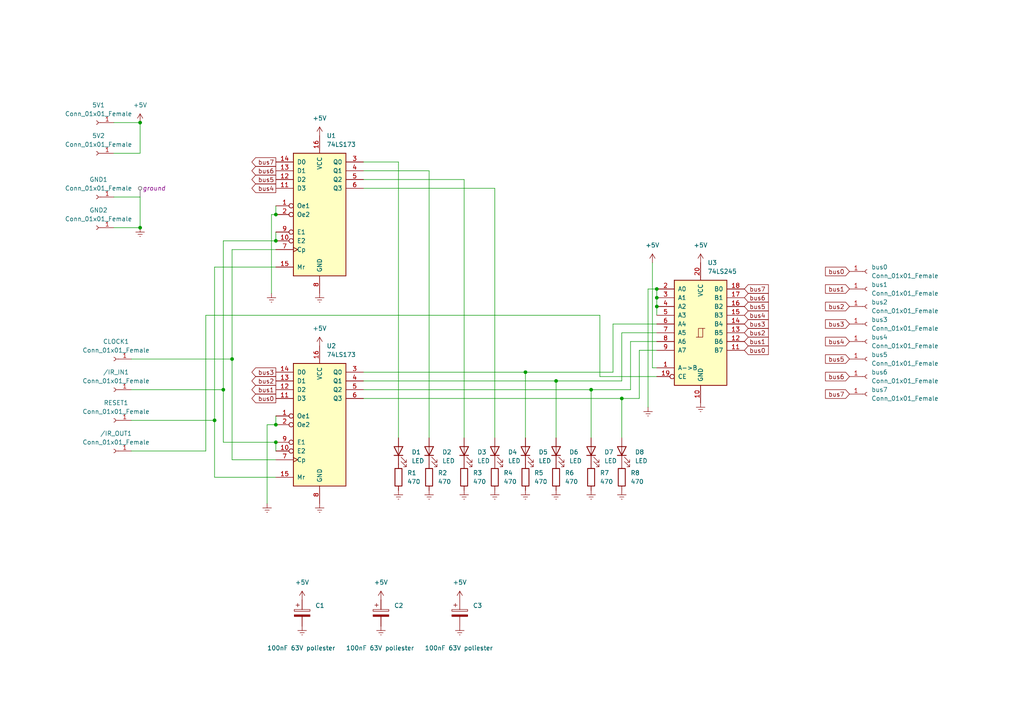
<source format=kicad_sch>
(kicad_sch (version 20230121) (generator eeschema)

  (uuid cbf6b270-ae9a-46d5-8b37-a0df8a4a3216)

  (paper "A4")

  (lib_symbols
    (symbol "74xx:74LS173" (pin_names (offset 1.016)) (in_bom yes) (on_board yes)
      (property "Reference" "U" (at -7.62 19.05 0)
        (effects (font (size 1.27 1.27)))
      )
      (property "Value" "74LS173" (at -7.62 -19.05 0)
        (effects (font (size 1.27 1.27)))
      )
      (property "Footprint" "" (at 0 0 0)
        (effects (font (size 1.27 1.27)) hide)
      )
      (property "Datasheet" "http://www.ti.com/lit/gpn/sn74LS173" (at 0 0 0)
        (effects (font (size 1.27 1.27)) hide)
      )
      (property "ki_locked" "" (at 0 0 0)
        (effects (font (size 1.27 1.27)))
      )
      (property "ki_keywords" "TTL REG REG4 3State DFF" (at 0 0 0)
        (effects (font (size 1.27 1.27)) hide)
      )
      (property "ki_description" "4-bit D-type Register, 3 state out" (at 0 0 0)
        (effects (font (size 1.27 1.27)) hide)
      )
      (property "ki_fp_filters" "DIP?16*" (at 0 0 0)
        (effects (font (size 1.27 1.27)) hide)
      )
      (symbol "74LS173_1_0"
        (pin input inverted (at -12.7 2.54 0) (length 5.08)
          (name "Oe1" (effects (font (size 1.27 1.27))))
          (number "1" (effects (font (size 1.27 1.27))))
        )
        (pin input inverted (at -12.7 -7.62 0) (length 5.08)
          (name "E2" (effects (font (size 1.27 1.27))))
          (number "10" (effects (font (size 1.27 1.27))))
        )
        (pin input line (at -12.7 7.62 0) (length 5.08)
          (name "D3" (effects (font (size 1.27 1.27))))
          (number "11" (effects (font (size 1.27 1.27))))
        )
        (pin input line (at -12.7 10.16 0) (length 5.08)
          (name "D2" (effects (font (size 1.27 1.27))))
          (number "12" (effects (font (size 1.27 1.27))))
        )
        (pin input line (at -12.7 12.7 0) (length 5.08)
          (name "D1" (effects (font (size 1.27 1.27))))
          (number "13" (effects (font (size 1.27 1.27))))
        )
        (pin input line (at -12.7 15.24 0) (length 5.08)
          (name "D0" (effects (font (size 1.27 1.27))))
          (number "14" (effects (font (size 1.27 1.27))))
        )
        (pin input line (at -12.7 -15.24 0) (length 5.08)
          (name "Mr" (effects (font (size 1.27 1.27))))
          (number "15" (effects (font (size 1.27 1.27))))
        )
        (pin power_in line (at 0 22.86 270) (length 5.08)
          (name "VCC" (effects (font (size 1.27 1.27))))
          (number "16" (effects (font (size 1.27 1.27))))
        )
        (pin input inverted (at -12.7 0 0) (length 5.08)
          (name "Oe2" (effects (font (size 1.27 1.27))))
          (number "2" (effects (font (size 1.27 1.27))))
        )
        (pin tri_state line (at 12.7 15.24 180) (length 5.08)
          (name "Q0" (effects (font (size 1.27 1.27))))
          (number "3" (effects (font (size 1.27 1.27))))
        )
        (pin tri_state line (at 12.7 12.7 180) (length 5.08)
          (name "Q1" (effects (font (size 1.27 1.27))))
          (number "4" (effects (font (size 1.27 1.27))))
        )
        (pin tri_state line (at 12.7 10.16 180) (length 5.08)
          (name "Q2" (effects (font (size 1.27 1.27))))
          (number "5" (effects (font (size 1.27 1.27))))
        )
        (pin tri_state line (at 12.7 7.62 180) (length 5.08)
          (name "Q3" (effects (font (size 1.27 1.27))))
          (number "6" (effects (font (size 1.27 1.27))))
        )
        (pin input clock (at -12.7 -10.16 0) (length 5.08)
          (name "Cp" (effects (font (size 1.27 1.27))))
          (number "7" (effects (font (size 1.27 1.27))))
        )
        (pin power_in line (at 0 -22.86 90) (length 5.08)
          (name "GND" (effects (font (size 1.27 1.27))))
          (number "8" (effects (font (size 1.27 1.27))))
        )
        (pin input inverted (at -12.7 -5.08 0) (length 5.08)
          (name "E1" (effects (font (size 1.27 1.27))))
          (number "9" (effects (font (size 1.27 1.27))))
        )
      )
      (symbol "74LS173_1_1"
        (rectangle (start -7.62 17.78) (end 7.62 -17.78)
          (stroke (width 0.254) (type default))
          (fill (type background))
        )
      )
    )
    (symbol "74xx:74LS245" (pin_names (offset 1.016)) (in_bom yes) (on_board yes)
      (property "Reference" "U" (at -7.62 16.51 0)
        (effects (font (size 1.27 1.27)))
      )
      (property "Value" "74LS245" (at -7.62 -16.51 0)
        (effects (font (size 1.27 1.27)))
      )
      (property "Footprint" "" (at 0 0 0)
        (effects (font (size 1.27 1.27)) hide)
      )
      (property "Datasheet" "http://www.ti.com/lit/gpn/sn74LS245" (at 0 0 0)
        (effects (font (size 1.27 1.27)) hide)
      )
      (property "ki_locked" "" (at 0 0 0)
        (effects (font (size 1.27 1.27)))
      )
      (property "ki_keywords" "TTL BUS 3State" (at 0 0 0)
        (effects (font (size 1.27 1.27)) hide)
      )
      (property "ki_description" "Octal BUS Transceivers, 3-State outputs" (at 0 0 0)
        (effects (font (size 1.27 1.27)) hide)
      )
      (property "ki_fp_filters" "DIP?20*" (at 0 0 0)
        (effects (font (size 1.27 1.27)) hide)
      )
      (symbol "74LS245_1_0"
        (polyline
          (pts
            (xy -0.635 -1.27)
            (xy -0.635 1.27)
            (xy 0.635 1.27)
          )
          (stroke (width 0) (type default))
          (fill (type none))
        )
        (polyline
          (pts
            (xy -1.27 -1.27)
            (xy 0.635 -1.27)
            (xy 0.635 1.27)
            (xy 1.27 1.27)
          )
          (stroke (width 0) (type default))
          (fill (type none))
        )
        (pin input line (at -12.7 -10.16 0) (length 5.08)
          (name "A->B" (effects (font (size 1.27 1.27))))
          (number "1" (effects (font (size 1.27 1.27))))
        )
        (pin power_in line (at 0 -20.32 90) (length 5.08)
          (name "GND" (effects (font (size 1.27 1.27))))
          (number "10" (effects (font (size 1.27 1.27))))
        )
        (pin tri_state line (at 12.7 -5.08 180) (length 5.08)
          (name "B7" (effects (font (size 1.27 1.27))))
          (number "11" (effects (font (size 1.27 1.27))))
        )
        (pin tri_state line (at 12.7 -2.54 180) (length 5.08)
          (name "B6" (effects (font (size 1.27 1.27))))
          (number "12" (effects (font (size 1.27 1.27))))
        )
        (pin tri_state line (at 12.7 0 180) (length 5.08)
          (name "B5" (effects (font (size 1.27 1.27))))
          (number "13" (effects (font (size 1.27 1.27))))
        )
        (pin tri_state line (at 12.7 2.54 180) (length 5.08)
          (name "B4" (effects (font (size 1.27 1.27))))
          (number "14" (effects (font (size 1.27 1.27))))
        )
        (pin tri_state line (at 12.7 5.08 180) (length 5.08)
          (name "B3" (effects (font (size 1.27 1.27))))
          (number "15" (effects (font (size 1.27 1.27))))
        )
        (pin tri_state line (at 12.7 7.62 180) (length 5.08)
          (name "B2" (effects (font (size 1.27 1.27))))
          (number "16" (effects (font (size 1.27 1.27))))
        )
        (pin tri_state line (at 12.7 10.16 180) (length 5.08)
          (name "B1" (effects (font (size 1.27 1.27))))
          (number "17" (effects (font (size 1.27 1.27))))
        )
        (pin tri_state line (at 12.7 12.7 180) (length 5.08)
          (name "B0" (effects (font (size 1.27 1.27))))
          (number "18" (effects (font (size 1.27 1.27))))
        )
        (pin input inverted (at -12.7 -12.7 0) (length 5.08)
          (name "CE" (effects (font (size 1.27 1.27))))
          (number "19" (effects (font (size 1.27 1.27))))
        )
        (pin tri_state line (at -12.7 12.7 0) (length 5.08)
          (name "A0" (effects (font (size 1.27 1.27))))
          (number "2" (effects (font (size 1.27 1.27))))
        )
        (pin power_in line (at 0 20.32 270) (length 5.08)
          (name "VCC" (effects (font (size 1.27 1.27))))
          (number "20" (effects (font (size 1.27 1.27))))
        )
        (pin tri_state line (at -12.7 10.16 0) (length 5.08)
          (name "A1" (effects (font (size 1.27 1.27))))
          (number "3" (effects (font (size 1.27 1.27))))
        )
        (pin tri_state line (at -12.7 7.62 0) (length 5.08)
          (name "A2" (effects (font (size 1.27 1.27))))
          (number "4" (effects (font (size 1.27 1.27))))
        )
        (pin tri_state line (at -12.7 5.08 0) (length 5.08)
          (name "A3" (effects (font (size 1.27 1.27))))
          (number "5" (effects (font (size 1.27 1.27))))
        )
        (pin tri_state line (at -12.7 2.54 0) (length 5.08)
          (name "A4" (effects (font (size 1.27 1.27))))
          (number "6" (effects (font (size 1.27 1.27))))
        )
        (pin tri_state line (at -12.7 0 0) (length 5.08)
          (name "A5" (effects (font (size 1.27 1.27))))
          (number "7" (effects (font (size 1.27 1.27))))
        )
        (pin tri_state line (at -12.7 -2.54 0) (length 5.08)
          (name "A6" (effects (font (size 1.27 1.27))))
          (number "8" (effects (font (size 1.27 1.27))))
        )
        (pin tri_state line (at -12.7 -5.08 0) (length 5.08)
          (name "A7" (effects (font (size 1.27 1.27))))
          (number "9" (effects (font (size 1.27 1.27))))
        )
      )
      (symbol "74LS245_1_1"
        (rectangle (start -7.62 15.24) (end 7.62 -15.24)
          (stroke (width 0.254) (type default))
          (fill (type background))
        )
      )
    )
    (symbol "Connector:Conn_01x01_Female" (pin_names (offset 1.016) hide) (in_bom yes) (on_board yes)
      (property "Reference" "J" (at 0 2.54 0)
        (effects (font (size 1.27 1.27)))
      )
      (property "Value" "Conn_01x01_Female" (at 0 -2.54 0)
        (effects (font (size 1.27 1.27)))
      )
      (property "Footprint" "" (at 0 0 0)
        (effects (font (size 1.27 1.27)) hide)
      )
      (property "Datasheet" "~" (at 0 0 0)
        (effects (font (size 1.27 1.27)) hide)
      )
      (property "ki_keywords" "connector" (at 0 0 0)
        (effects (font (size 1.27 1.27)) hide)
      )
      (property "ki_description" "Generic connector, single row, 01x01, script generated (kicad-library-utils/schlib/autogen/connector/)" (at 0 0 0)
        (effects (font (size 1.27 1.27)) hide)
      )
      (property "ki_fp_filters" "Connector*:*" (at 0 0 0)
        (effects (font (size 1.27 1.27)) hide)
      )
      (symbol "Conn_01x01_Female_1_1"
        (polyline
          (pts
            (xy -1.27 0)
            (xy -0.508 0)
          )
          (stroke (width 0.1524) (type default))
          (fill (type none))
        )
        (arc (start 0 0.508) (mid -0.5058 0) (end 0 -0.508)
          (stroke (width 0.1524) (type default))
          (fill (type none))
        )
        (pin passive line (at -5.08 0 0) (length 3.81)
          (name "Pin_1" (effects (font (size 1.27 1.27))))
          (number "1" (effects (font (size 1.27 1.27))))
        )
      )
    )
    (symbol "Device:C_Polarized" (pin_numbers hide) (pin_names (offset 0.254)) (in_bom yes) (on_board yes)
      (property "Reference" "C" (at 0.635 2.54 0)
        (effects (font (size 1.27 1.27)) (justify left))
      )
      (property "Value" "C_Polarized" (at 0.635 -2.54 0)
        (effects (font (size 1.27 1.27)) (justify left))
      )
      (property "Footprint" "" (at 0.9652 -3.81 0)
        (effects (font (size 1.27 1.27)) hide)
      )
      (property "Datasheet" "~" (at 0 0 0)
        (effects (font (size 1.27 1.27)) hide)
      )
      (property "ki_keywords" "cap capacitor" (at 0 0 0)
        (effects (font (size 1.27 1.27)) hide)
      )
      (property "ki_description" "Polarized capacitor" (at 0 0 0)
        (effects (font (size 1.27 1.27)) hide)
      )
      (property "ki_fp_filters" "CP_*" (at 0 0 0)
        (effects (font (size 1.27 1.27)) hide)
      )
      (symbol "C_Polarized_0_1"
        (rectangle (start -2.286 0.508) (end 2.286 1.016)
          (stroke (width 0) (type default))
          (fill (type none))
        )
        (polyline
          (pts
            (xy -1.778 2.286)
            (xy -0.762 2.286)
          )
          (stroke (width 0) (type default))
          (fill (type none))
        )
        (polyline
          (pts
            (xy -1.27 2.794)
            (xy -1.27 1.778)
          )
          (stroke (width 0) (type default))
          (fill (type none))
        )
        (rectangle (start 2.286 -0.508) (end -2.286 -1.016)
          (stroke (width 0) (type default))
          (fill (type outline))
        )
      )
      (symbol "C_Polarized_1_1"
        (pin passive line (at 0 3.81 270) (length 2.794)
          (name "~" (effects (font (size 1.27 1.27))))
          (number "1" (effects (font (size 1.27 1.27))))
        )
        (pin passive line (at 0 -3.81 90) (length 2.794)
          (name "~" (effects (font (size 1.27 1.27))))
          (number "2" (effects (font (size 1.27 1.27))))
        )
      )
    )
    (symbol "Device:LED" (pin_numbers hide) (pin_names (offset 1.016) hide) (in_bom yes) (on_board yes)
      (property "Reference" "D" (at 0 2.54 0)
        (effects (font (size 1.27 1.27)))
      )
      (property "Value" "LED" (at 0 -2.54 0)
        (effects (font (size 1.27 1.27)))
      )
      (property "Footprint" "" (at 0 0 0)
        (effects (font (size 1.27 1.27)) hide)
      )
      (property "Datasheet" "~" (at 0 0 0)
        (effects (font (size 1.27 1.27)) hide)
      )
      (property "ki_keywords" "LED diode" (at 0 0 0)
        (effects (font (size 1.27 1.27)) hide)
      )
      (property "ki_description" "Light emitting diode" (at 0 0 0)
        (effects (font (size 1.27 1.27)) hide)
      )
      (property "ki_fp_filters" "LED* LED_SMD:* LED_THT:*" (at 0 0 0)
        (effects (font (size 1.27 1.27)) hide)
      )
      (symbol "LED_0_1"
        (polyline
          (pts
            (xy -1.27 -1.27)
            (xy -1.27 1.27)
          )
          (stroke (width 0.254) (type default))
          (fill (type none))
        )
        (polyline
          (pts
            (xy -1.27 0)
            (xy 1.27 0)
          )
          (stroke (width 0) (type default))
          (fill (type none))
        )
        (polyline
          (pts
            (xy 1.27 -1.27)
            (xy 1.27 1.27)
            (xy -1.27 0)
            (xy 1.27 -1.27)
          )
          (stroke (width 0.254) (type default))
          (fill (type none))
        )
        (polyline
          (pts
            (xy -3.048 -0.762)
            (xy -4.572 -2.286)
            (xy -3.81 -2.286)
            (xy -4.572 -2.286)
            (xy -4.572 -1.524)
          )
          (stroke (width 0) (type default))
          (fill (type none))
        )
        (polyline
          (pts
            (xy -1.778 -0.762)
            (xy -3.302 -2.286)
            (xy -2.54 -2.286)
            (xy -3.302 -2.286)
            (xy -3.302 -1.524)
          )
          (stroke (width 0) (type default))
          (fill (type none))
        )
      )
      (symbol "LED_1_1"
        (pin passive line (at -3.81 0 0) (length 2.54)
          (name "K" (effects (font (size 1.27 1.27))))
          (number "1" (effects (font (size 1.27 1.27))))
        )
        (pin passive line (at 3.81 0 180) (length 2.54)
          (name "A" (effects (font (size 1.27 1.27))))
          (number "2" (effects (font (size 1.27 1.27))))
        )
      )
    )
    (symbol "Device:R" (pin_numbers hide) (pin_names (offset 0)) (in_bom yes) (on_board yes)
      (property "Reference" "R" (at 2.032 0 90)
        (effects (font (size 1.27 1.27)))
      )
      (property "Value" "R" (at 0 0 90)
        (effects (font (size 1.27 1.27)))
      )
      (property "Footprint" "" (at -1.778 0 90)
        (effects (font (size 1.27 1.27)) hide)
      )
      (property "Datasheet" "~" (at 0 0 0)
        (effects (font (size 1.27 1.27)) hide)
      )
      (property "ki_keywords" "R res resistor" (at 0 0 0)
        (effects (font (size 1.27 1.27)) hide)
      )
      (property "ki_description" "Resistor" (at 0 0 0)
        (effects (font (size 1.27 1.27)) hide)
      )
      (property "ki_fp_filters" "R_*" (at 0 0 0)
        (effects (font (size 1.27 1.27)) hide)
      )
      (symbol "R_0_1"
        (rectangle (start -1.016 -2.54) (end 1.016 2.54)
          (stroke (width 0.254) (type default))
          (fill (type none))
        )
      )
      (symbol "R_1_1"
        (pin passive line (at 0 3.81 270) (length 1.27)
          (name "~" (effects (font (size 1.27 1.27))))
          (number "1" (effects (font (size 1.27 1.27))))
        )
        (pin passive line (at 0 -3.81 90) (length 1.27)
          (name "~" (effects (font (size 1.27 1.27))))
          (number "2" (effects (font (size 1.27 1.27))))
        )
      )
    )
    (symbol "power:+5V" (power) (pin_names (offset 0)) (in_bom yes) (on_board yes)
      (property "Reference" "#PWR" (at 0 -3.81 0)
        (effects (font (size 1.27 1.27)) hide)
      )
      (property "Value" "+5V" (at 0 3.556 0)
        (effects (font (size 1.27 1.27)))
      )
      (property "Footprint" "" (at 0 0 0)
        (effects (font (size 1.27 1.27)) hide)
      )
      (property "Datasheet" "" (at 0 0 0)
        (effects (font (size 1.27 1.27)) hide)
      )
      (property "ki_keywords" "power-flag" (at 0 0 0)
        (effects (font (size 1.27 1.27)) hide)
      )
      (property "ki_description" "Power symbol creates a global label with name \"+5V\"" (at 0 0 0)
        (effects (font (size 1.27 1.27)) hide)
      )
      (symbol "+5V_0_1"
        (polyline
          (pts
            (xy -0.762 1.27)
            (xy 0 2.54)
          )
          (stroke (width 0) (type default))
          (fill (type none))
        )
        (polyline
          (pts
            (xy 0 0)
            (xy 0 2.54)
          )
          (stroke (width 0) (type default))
          (fill (type none))
        )
        (polyline
          (pts
            (xy 0 2.54)
            (xy 0.762 1.27)
          )
          (stroke (width 0) (type default))
          (fill (type none))
        )
      )
      (symbol "+5V_1_1"
        (pin power_in line (at 0 0 90) (length 0) hide
          (name "+5V" (effects (font (size 1.27 1.27))))
          (number "1" (effects (font (size 1.27 1.27))))
        )
      )
    )
    (symbol "power:Earth" (power) (pin_names (offset 0)) (in_bom yes) (on_board yes)
      (property "Reference" "#PWR" (at 0 -6.35 0)
        (effects (font (size 1.27 1.27)) hide)
      )
      (property "Value" "Earth" (at 0 -3.81 0)
        (effects (font (size 1.27 1.27)) hide)
      )
      (property "Footprint" "" (at 0 0 0)
        (effects (font (size 1.27 1.27)) hide)
      )
      (property "Datasheet" "~" (at 0 0 0)
        (effects (font (size 1.27 1.27)) hide)
      )
      (property "ki_keywords" "power-flag ground gnd" (at 0 0 0)
        (effects (font (size 1.27 1.27)) hide)
      )
      (property "ki_description" "Power symbol creates a global label with name \"Earth\"" (at 0 0 0)
        (effects (font (size 1.27 1.27)) hide)
      )
      (symbol "Earth_0_1"
        (polyline
          (pts
            (xy -0.635 -1.905)
            (xy 0.635 -1.905)
          )
          (stroke (width 0) (type default))
          (fill (type none))
        )
        (polyline
          (pts
            (xy -0.127 -2.54)
            (xy 0.127 -2.54)
          )
          (stroke (width 0) (type default))
          (fill (type none))
        )
        (polyline
          (pts
            (xy 0 -1.27)
            (xy 0 0)
          )
          (stroke (width 0) (type default))
          (fill (type none))
        )
        (polyline
          (pts
            (xy 1.27 -1.27)
            (xy -1.27 -1.27)
          )
          (stroke (width 0) (type default))
          (fill (type none))
        )
      )
      (symbol "Earth_1_1"
        (pin power_in line (at 0 0 270) (length 0) hide
          (name "Earth" (effects (font (size 1.27 1.27))))
          (number "1" (effects (font (size 1.27 1.27))))
        )
      )
    )
  )

  (junction (at 190.5 88.9) (diameter 0) (color 0 0 0 0)
    (uuid 032f7738-b55f-47b0-8746-acb99b09251e)
  )
  (junction (at 190.5 86.36) (diameter 0) (color 0 0 0 0)
    (uuid 092b6866-93d7-4f64-8f96-cc1e7f01ffde)
  )
  (junction (at 40.64 66.04) (diameter 0) (color 0 0 0 0)
    (uuid 0cd0beb7-4ef9-4477-87a7-767d047bdd82)
  )
  (junction (at 80.01 62.23) (diameter 0) (color 0 0 0 0)
    (uuid 1677bffa-82c8-4bb4-9059-563f69e6159b)
  )
  (junction (at 171.45 113.03) (diameter 0) (color 0 0 0 0)
    (uuid 1bc988ea-d08a-4220-ba6a-ada999684605)
  )
  (junction (at 180.34 115.57) (diameter 0) (color 0 0 0 0)
    (uuid 39c961c0-e443-442a-abcb-cbb5f24f5cea)
  )
  (junction (at 67.31 104.14) (diameter 0) (color 0 0 0 0)
    (uuid 3d7109c5-600d-4284-afe7-0913d9d781b3)
  )
  (junction (at 80.01 128.27) (diameter 0) (color 0 0 0 0)
    (uuid 4ee3f30a-c699-4e64-8020-b60d06341caf)
  )
  (junction (at 152.4 107.95) (diameter 0) (color 0 0 0 0)
    (uuid 6d75974a-ce32-4813-a4ad-893ff6e30e0d)
  )
  (junction (at 80.01 123.19) (diameter 0) (color 0 0 0 0)
    (uuid 72891b97-dca6-47a0-84db-c331688dbab3)
  )
  (junction (at 64.77 113.03) (diameter 0) (color 0 0 0 0)
    (uuid 755f555e-c238-412f-9030-847e5ec2eec2)
  )
  (junction (at 80.01 69.85) (diameter 0) (color 0 0 0 0)
    (uuid 77aeb700-8c98-46e8-92c6-07d8f8451aa3)
  )
  (junction (at 190.5 83.82) (diameter 0) (color 0 0 0 0)
    (uuid 90f3e165-5400-4dfc-ad2e-8563702f92c1)
  )
  (junction (at 40.64 35.56) (diameter 0) (color 0 0 0 0)
    (uuid 937ef276-3a48-4fe0-9a21-3351f9c38a8b)
  )
  (junction (at 62.23 121.92) (diameter 0) (color 0 0 0 0)
    (uuid c20a0a6c-97cc-4f82-82d8-c665213f979c)
  )
  (junction (at 161.29 110.49) (diameter 0) (color 0 0 0 0)
    (uuid fc15dc7a-cd10-4ff2-84bf-c3ff83e66e8a)
  )

  (wire (pts (xy 105.41 107.95) (xy 152.4 107.95))
    (stroke (width 0) (type default))
    (uuid 0150ec1e-57c1-4a37-a039-2c4d299cf59f)
  )
  (wire (pts (xy 80.01 128.27) (xy 80.01 130.81))
    (stroke (width 0) (type default))
    (uuid 0938de84-a966-4b58-ac0f-bc78e62f0cf0)
  )
  (wire (pts (xy 80.01 67.31) (xy 80.01 69.85))
    (stroke (width 0) (type default))
    (uuid 09cf3663-fc00-403e-9dad-da74b9c2f99d)
  )
  (wire (pts (xy 64.77 128.27) (xy 80.01 128.27))
    (stroke (width 0) (type default))
    (uuid 0dca5416-c1c3-4e65-a9b2-c2ed17caed51)
  )
  (wire (pts (xy 105.41 113.03) (xy 171.45 113.03))
    (stroke (width 0) (type default))
    (uuid 0e55bf4f-8c82-489c-944f-b00fba339405)
  )
  (wire (pts (xy 161.29 110.49) (xy 180.34 110.49))
    (stroke (width 0) (type default))
    (uuid 0f8b85ba-27bf-4f69-ae4e-ba9ed37bbc09)
  )
  (wire (pts (xy 152.4 127) (xy 152.4 107.95))
    (stroke (width 0) (type default))
    (uuid 1585bbd2-82be-4f2a-a1c9-46382788b62b)
  )
  (wire (pts (xy 189.23 106.68) (xy 189.23 76.2))
    (stroke (width 0) (type default))
    (uuid 15f2f149-d6ea-4ed1-97cd-282898bd0745)
  )
  (wire (pts (xy 67.31 104.14) (xy 67.31 133.35))
    (stroke (width 0) (type default))
    (uuid 180e25b0-b550-4ad5-ab72-dd87d16e65f4)
  )
  (wire (pts (xy 171.45 113.03) (xy 182.88 113.03))
    (stroke (width 0) (type default))
    (uuid 1825169d-f562-4900-8ef2-ce19e3594d1e)
  )
  (wire (pts (xy 105.41 115.57) (xy 180.34 115.57))
    (stroke (width 0) (type default))
    (uuid 1efa30ca-9801-44c4-8143-e89cf65e241d)
  )
  (wire (pts (xy 80.01 77.47) (xy 62.23 77.47))
    (stroke (width 0) (type default))
    (uuid 213efe9d-a625-4c9f-ab1f-5d8d3753018d)
  )
  (wire (pts (xy 80.01 59.69) (xy 80.01 62.23))
    (stroke (width 0) (type default))
    (uuid 28b52258-3e5b-4ee7-a37f-de2151128f28)
  )
  (wire (pts (xy 64.77 113.03) (xy 64.77 128.27))
    (stroke (width 0) (type default))
    (uuid 28e1f957-e0b7-4254-b87a-6ed11eacb21a)
  )
  (wire (pts (xy 38.1 113.03) (xy 64.77 113.03))
    (stroke (width 0) (type default))
    (uuid 292e13a9-65c8-4620-acb0-38df9a7b6428)
  )
  (wire (pts (xy 62.23 121.92) (xy 62.23 138.43))
    (stroke (width 0) (type default))
    (uuid 31f84a71-198f-4a82-abde-da8b93864b1a)
  )
  (wire (pts (xy 59.69 130.81) (xy 38.1 130.81))
    (stroke (width 0) (type default))
    (uuid 3594a8c6-01c0-47ef-9998-95c67dc92462)
  )
  (wire (pts (xy 38.1 104.14) (xy 67.31 104.14))
    (stroke (width 0) (type default))
    (uuid 35ef1e07-6170-474f-a429-ee741d0ba8c8)
  )
  (wire (pts (xy 190.5 86.36) (xy 190.5 88.9))
    (stroke (width 0) (type default))
    (uuid 3ec9590c-3683-4ece-83d1-164bfea27ac0)
  )
  (wire (pts (xy 33.02 57.15) (xy 40.64 57.15))
    (stroke (width 0) (type default))
    (uuid 4173830b-0bef-4e85-9473-6efef20a6589)
  )
  (wire (pts (xy 38.1 121.92) (xy 62.23 121.92))
    (stroke (width 0) (type default))
    (uuid 42a0a31e-9988-48c6-95d1-c9f9820cd12d)
  )
  (wire (pts (xy 33.02 66.04) (xy 40.64 66.04))
    (stroke (width 0) (type default))
    (uuid 444a94b4-f704-48b6-b5c4-77b9847d41fd)
  )
  (wire (pts (xy 185.42 101.6) (xy 190.5 101.6))
    (stroke (width 0) (type default))
    (uuid 446fb089-ca38-4ded-9ba9-15b9a64ce0a1)
  )
  (wire (pts (xy 180.34 110.49) (xy 180.34 96.52))
    (stroke (width 0) (type default))
    (uuid 46ae2410-185d-44d3-978d-8892fcc42a7d)
  )
  (wire (pts (xy 190.5 83.82) (xy 187.96 83.82))
    (stroke (width 0) (type default))
    (uuid 480bfc1d-368d-4596-9f53-5e2e4aed1981)
  )
  (wire (pts (xy 161.29 127) (xy 161.29 110.49))
    (stroke (width 0) (type default))
    (uuid 4975b36d-db14-4145-86ce-fb1611fe09a6)
  )
  (wire (pts (xy 33.02 35.56) (xy 40.64 35.56))
    (stroke (width 0) (type default))
    (uuid 4b99b6a4-0458-4934-89af-edae37a17be0)
  )
  (wire (pts (xy 67.31 72.39) (xy 67.31 104.14))
    (stroke (width 0) (type default))
    (uuid 4dc5bf7a-2e29-4ee2-a763-fa59174243e5)
  )
  (wire (pts (xy 180.34 115.57) (xy 185.42 115.57))
    (stroke (width 0) (type default))
    (uuid 4fd5e576-0088-4d84-84c8-8b1aec9240e4)
  )
  (wire (pts (xy 171.45 113.03) (xy 171.45 127))
    (stroke (width 0) (type default))
    (uuid 50349540-ec44-4857-b95d-38584f90d4e8)
  )
  (wire (pts (xy 80.01 62.23) (xy 78.74 62.23))
    (stroke (width 0) (type default))
    (uuid 532032e4-be43-469e-9355-f820df8a6adf)
  )
  (wire (pts (xy 190.5 109.22) (xy 173.99 109.22))
    (stroke (width 0) (type default))
    (uuid 53e0b8fa-2b9f-4b87-8342-dfdf7b66cf91)
  )
  (wire (pts (xy 190.5 88.9) (xy 190.5 91.44))
    (stroke (width 0) (type default))
    (uuid 5876691d-0f80-4c01-937b-6be493620a0b)
  )
  (wire (pts (xy 115.57 127) (xy 115.57 46.99))
    (stroke (width 0) (type default))
    (uuid 5b2683b8-a638-4b1a-bbef-66ff68ec12c9)
  )
  (wire (pts (xy 62.23 77.47) (xy 62.23 121.92))
    (stroke (width 0) (type default))
    (uuid 67a35b13-1f6a-46cd-96ce-7726b24812d1)
  )
  (wire (pts (xy 77.47 123.19) (xy 80.01 123.19))
    (stroke (width 0) (type default))
    (uuid 736bd105-98c8-4116-9aec-6ad25af5ff60)
  )
  (wire (pts (xy 80.01 72.39) (xy 67.31 72.39))
    (stroke (width 0) (type default))
    (uuid 81e6186a-1dcb-4be7-b799-527a0e814f60)
  )
  (wire (pts (xy 67.31 133.35) (xy 80.01 133.35))
    (stroke (width 0) (type default))
    (uuid 8422855f-0a90-4b55-addd-09e4f2e57424)
  )
  (wire (pts (xy 152.4 107.95) (xy 177.8 107.95))
    (stroke (width 0) (type default))
    (uuid 85bbfb93-3c3b-408d-9352-e86ab08b0780)
  )
  (wire (pts (xy 190.5 106.68) (xy 189.23 106.68))
    (stroke (width 0) (type default))
    (uuid 882a337b-8fb9-4feb-ad75-2e3b8183e5a3)
  )
  (wire (pts (xy 124.46 49.53) (xy 124.46 127))
    (stroke (width 0) (type default))
    (uuid 883172af-16ed-4daa-b8f6-e0993005f9bc)
  )
  (wire (pts (xy 177.8 93.98) (xy 190.5 93.98))
    (stroke (width 0) (type default))
    (uuid 8b3af344-18b7-4e5e-a780-c814142fb480)
  )
  (wire (pts (xy 80.01 120.65) (xy 80.01 123.19))
    (stroke (width 0) (type default))
    (uuid 8f0fcd93-2396-4f11-9807-32e58095b767)
  )
  (wire (pts (xy 105.41 46.99) (xy 115.57 46.99))
    (stroke (width 0) (type default))
    (uuid 93bd2391-c542-4262-9bfd-63a3f45502dd)
  )
  (wire (pts (xy 173.99 109.22) (xy 173.99 91.44))
    (stroke (width 0) (type default))
    (uuid 9516a40d-9a77-4e8a-abf0-6cce3f1f4771)
  )
  (wire (pts (xy 182.88 113.03) (xy 182.88 99.06))
    (stroke (width 0) (type default))
    (uuid 95b920cd-32f9-4840-aaa5-4fd36b7cef79)
  )
  (wire (pts (xy 78.74 62.23) (xy 78.74 85.09))
    (stroke (width 0) (type default))
    (uuid 98d5eec5-1808-484d-87c6-35b12450664d)
  )
  (wire (pts (xy 64.77 69.85) (xy 64.77 113.03))
    (stroke (width 0) (type default))
    (uuid 9a7f33f4-7a1f-49d5-80e5-e23b206700a3)
  )
  (wire (pts (xy 40.64 57.15) (xy 40.64 66.04))
    (stroke (width 0) (type default))
    (uuid 9be5c1b1-538b-4b03-a69e-a2aacc8891d7)
  )
  (wire (pts (xy 77.47 146.05) (xy 77.47 123.19))
    (stroke (width 0) (type default))
    (uuid 9ea4c0dd-c71d-4b0e-8778-004dde39cc1c)
  )
  (wire (pts (xy 182.88 99.06) (xy 190.5 99.06))
    (stroke (width 0) (type default))
    (uuid b0752b72-d66d-4e6d-ab2e-33f290e352dc)
  )
  (wire (pts (xy 180.34 96.52) (xy 190.5 96.52))
    (stroke (width 0) (type default))
    (uuid b4bd051c-e6f7-433f-b3f3-c1f1e30779a6)
  )
  (wire (pts (xy 105.41 110.49) (xy 161.29 110.49))
    (stroke (width 0) (type default))
    (uuid b59abf5c-8e7d-4a2e-88fc-862a92ad1a6d)
  )
  (wire (pts (xy 62.23 138.43) (xy 80.01 138.43))
    (stroke (width 0) (type default))
    (uuid bafcdf06-e724-4929-a331-26e67e571979)
  )
  (wire (pts (xy 33.02 44.45) (xy 40.64 44.45))
    (stroke (width 0) (type default))
    (uuid c3a38c49-00f6-47bd-80cc-84a357b6cd3e)
  )
  (wire (pts (xy 143.51 54.61) (xy 143.51 127))
    (stroke (width 0) (type default))
    (uuid c94aa432-5d97-4b9b-b4a2-20ba256aca22)
  )
  (wire (pts (xy 80.01 69.85) (xy 64.77 69.85))
    (stroke (width 0) (type default))
    (uuid cd299e76-8d51-415f-b536-c3d3609f1282)
  )
  (wire (pts (xy 180.34 127) (xy 180.34 115.57))
    (stroke (width 0) (type default))
    (uuid cdb6bf16-7897-4561-a876-05d4b491ad76)
  )
  (wire (pts (xy 105.41 54.61) (xy 143.51 54.61))
    (stroke (width 0) (type default))
    (uuid d08939b3-8c80-48db-840d-937bc7895f07)
  )
  (wire (pts (xy 187.96 83.82) (xy 187.96 118.11))
    (stroke (width 0) (type default))
    (uuid d0f3cbc3-dc37-4d22-985c-a76e54255f5c)
  )
  (wire (pts (xy 190.5 83.82) (xy 190.5 86.36))
    (stroke (width 0) (type default))
    (uuid d5dacc0e-367b-4de0-a2a1-77328ef2a56b)
  )
  (wire (pts (xy 134.62 52.07) (xy 134.62 127))
    (stroke (width 0) (type default))
    (uuid dd306e66-6aef-4c97-8eaa-b470d63004fc)
  )
  (wire (pts (xy 185.42 115.57) (xy 185.42 101.6))
    (stroke (width 0) (type default))
    (uuid e64f82b9-c736-4538-948a-12df6ea2d521)
  )
  (wire (pts (xy 177.8 107.95) (xy 177.8 93.98))
    (stroke (width 0) (type default))
    (uuid e89f96a8-66b5-41ca-9c98-5d635479fbbb)
  )
  (wire (pts (xy 59.69 91.44) (xy 59.69 130.81))
    (stroke (width 0) (type default))
    (uuid f27cdcf6-82e5-4cd9-a784-42a7ccf5a844)
  )
  (wire (pts (xy 173.99 91.44) (xy 59.69 91.44))
    (stroke (width 0) (type default))
    (uuid f57fa348-1a57-422d-b6ce-ffe757090e74)
  )
  (wire (pts (xy 105.41 49.53) (xy 124.46 49.53))
    (stroke (width 0) (type default))
    (uuid f5c0a40f-4095-4805-9b14-f396be47829e)
  )
  (wire (pts (xy 40.64 44.45) (xy 40.64 35.56))
    (stroke (width 0) (type default))
    (uuid f8f7d1b2-513e-4154-b207-ff795a22b39b)
  )
  (wire (pts (xy 105.41 52.07) (xy 134.62 52.07))
    (stroke (width 0) (type default))
    (uuid f94f0519-b905-4120-a3eb-bc3ee87ab8e1)
  )

  (global_label "bus0" (shape input) (at 215.9 101.6 0) (fields_autoplaced)
    (effects (font (size 1.27 1.27)) (justify left))
    (uuid 00b68f03-2677-41a8-afcc-82f5fb037a94)
    (property "Intersheetrefs" "${INTERSHEET_REFS}" (at 223.4208 101.6 0)
      (effects (font (size 1.27 1.27)) (justify left) hide)
    )
  )
  (global_label "bus0" (shape input) (at 246.38 78.74 180) (fields_autoplaced)
    (effects (font (size 1.27 1.27)) (justify right))
    (uuid 00ca8a46-3468-4457-b4e4-56cb4c70a867)
    (property "Intersheetrefs" "${INTERSHEET_REFS}" (at 238.8592 78.74 0)
      (effects (font (size 1.27 1.27)) (justify right) hide)
    )
  )
  (global_label "bus3" (shape output) (at 80.01 107.95 180) (fields_autoplaced)
    (effects (font (size 1.27 1.27)) (justify right))
    (uuid 07a7b9e5-e5c9-479b-b578-695e8d9d4834)
    (property "Intersheetrefs" "${INTERSHEET_REFS}" (at 72.4892 107.95 0)
      (effects (font (size 1.27 1.27)) (justify right) hide)
    )
  )
  (global_label "bus6" (shape output) (at 80.01 49.53 180) (fields_autoplaced)
    (effects (font (size 1.27 1.27)) (justify right))
    (uuid 0cb42e5e-3311-4653-905b-712395a6c046)
    (property "Intersheetrefs" "${INTERSHEET_REFS}" (at 72.4892 49.53 0)
      (effects (font (size 1.27 1.27)) (justify right) hide)
    )
  )
  (global_label "bus7" (shape input) (at 215.9 83.82 0) (fields_autoplaced)
    (effects (font (size 1.27 1.27)) (justify left))
    (uuid 0e7045b4-2b46-41a2-87d5-f1f9c418787c)
    (property "Intersheetrefs" "${INTERSHEET_REFS}" (at 223.4208 83.82 0)
      (effects (font (size 1.27 1.27)) (justify left) hide)
    )
  )
  (global_label "bus3" (shape input) (at 215.9 93.98 0) (fields_autoplaced)
    (effects (font (size 1.27 1.27)) (justify left))
    (uuid 22775777-52b9-4764-93ae-633f17c33fdd)
    (property "Intersheetrefs" "${INTERSHEET_REFS}" (at 223.4208 93.98 0)
      (effects (font (size 1.27 1.27)) (justify left) hide)
    )
  )
  (global_label "bus5" (shape output) (at 80.01 52.07 180) (fields_autoplaced)
    (effects (font (size 1.27 1.27)) (justify right))
    (uuid 22c9c87f-b257-482a-a49f-c2e0a89f22d2)
    (property "Intersheetrefs" "${INTERSHEET_REFS}" (at 72.4892 52.07 0)
      (effects (font (size 1.27 1.27)) (justify right) hide)
    )
  )
  (global_label "bus1" (shape output) (at 80.01 113.03 180) (fields_autoplaced)
    (effects (font (size 1.27 1.27)) (justify right))
    (uuid 2a693468-6fd8-46e6-aef6-ac3b12ce47d5)
    (property "Intersheetrefs" "${INTERSHEET_REFS}" (at 72.4892 113.03 0)
      (effects (font (size 1.27 1.27)) (justify right) hide)
    )
  )
  (global_label "bus2" (shape input) (at 215.9 96.52 0) (fields_autoplaced)
    (effects (font (size 1.27 1.27)) (justify left))
    (uuid 319295dd-cc75-4092-aa85-dc0581971a6b)
    (property "Intersheetrefs" "${INTERSHEET_REFS}" (at 223.4208 96.52 0)
      (effects (font (size 1.27 1.27)) (justify left) hide)
    )
  )
  (global_label "bus7" (shape input) (at 246.38 114.3 180) (fields_autoplaced)
    (effects (font (size 1.27 1.27)) (justify right))
    (uuid 4e26c0b6-d8fb-4c11-815b-9707c81a742f)
    (property "Intersheetrefs" "${INTERSHEET_REFS}" (at 238.8592 114.3 0)
      (effects (font (size 1.27 1.27)) (justify right) hide)
    )
  )
  (global_label "bus1" (shape input) (at 246.38 83.82 180) (fields_autoplaced)
    (effects (font (size 1.27 1.27)) (justify right))
    (uuid 601390a2-e3c6-4964-9195-fa879e6cabc0)
    (property "Intersheetrefs" "${INTERSHEET_REFS}" (at 238.8592 83.82 0)
      (effects (font (size 1.27 1.27)) (justify right) hide)
    )
  )
  (global_label "bus5" (shape input) (at 246.38 104.14 180) (fields_autoplaced)
    (effects (font (size 1.27 1.27)) (justify right))
    (uuid 6a178d99-0236-4064-8c96-d3ad5b79e45b)
    (property "Intersheetrefs" "${INTERSHEET_REFS}" (at 238.8592 104.14 0)
      (effects (font (size 1.27 1.27)) (justify right) hide)
    )
  )
  (global_label "bus3" (shape input) (at 246.38 93.98 180) (fields_autoplaced)
    (effects (font (size 1.27 1.27)) (justify right))
    (uuid 6a1c4d79-37d6-4971-b3e0-33a7ea916df4)
    (property "Intersheetrefs" "${INTERSHEET_REFS}" (at 238.8592 93.98 0)
      (effects (font (size 1.27 1.27)) (justify right) hide)
    )
  )
  (global_label "bus2" (shape input) (at 246.38 88.9 180) (fields_autoplaced)
    (effects (font (size 1.27 1.27)) (justify right))
    (uuid 6e2a5048-ed03-487c-a35f-75e5ebd54d6c)
    (property "Intersheetrefs" "${INTERSHEET_REFS}" (at 238.8592 88.9 0)
      (effects (font (size 1.27 1.27)) (justify right) hide)
    )
  )
  (global_label "bus5" (shape input) (at 215.9 88.9 0) (fields_autoplaced)
    (effects (font (size 1.27 1.27)) (justify left))
    (uuid 71ea55d2-3a92-4116-bbe4-b7829caf4e3d)
    (property "Intersheetrefs" "${INTERSHEET_REFS}" (at 223.4208 88.9 0)
      (effects (font (size 1.27 1.27)) (justify left) hide)
    )
  )
  (global_label "bus0" (shape output) (at 80.01 115.57 180) (fields_autoplaced)
    (effects (font (size 1.27 1.27)) (justify right))
    (uuid 960e48f0-4144-497e-99cb-786ccb30f7d5)
    (property "Intersheetrefs" "${INTERSHEET_REFS}" (at 72.4892 115.57 0)
      (effects (font (size 1.27 1.27)) (justify right) hide)
    )
  )
  (global_label "bus7" (shape output) (at 80.01 46.99 180) (fields_autoplaced)
    (effects (font (size 1.27 1.27)) (justify right))
    (uuid b3cb2f18-a9fe-4942-b132-431f65a1ffab)
    (property "Intersheetrefs" "${INTERSHEET_REFS}" (at 72.4892 46.99 0)
      (effects (font (size 1.27 1.27)) (justify right) hide)
    )
  )
  (global_label "bus2" (shape output) (at 80.01 110.49 180) (fields_autoplaced)
    (effects (font (size 1.27 1.27)) (justify right))
    (uuid b74977da-1037-44aa-95db-8be1d9f1e674)
    (property "Intersheetrefs" "${INTERSHEET_REFS}" (at 72.4892 110.49 0)
      (effects (font (size 1.27 1.27)) (justify right) hide)
    )
  )
  (global_label "bus6" (shape input) (at 215.9 86.36 0) (fields_autoplaced)
    (effects (font (size 1.27 1.27)) (justify left))
    (uuid c1374e91-afab-46e8-a8b4-75a801193be1)
    (property "Intersheetrefs" "${INTERSHEET_REFS}" (at 223.4208 86.36 0)
      (effects (font (size 1.27 1.27)) (justify left) hide)
    )
  )
  (global_label "bus1" (shape input) (at 215.9 99.06 0) (fields_autoplaced)
    (effects (font (size 1.27 1.27)) (justify left))
    (uuid d5a73c42-a347-4921-8a39-0d77b08b4214)
    (property "Intersheetrefs" "${INTERSHEET_REFS}" (at 223.4208 99.06 0)
      (effects (font (size 1.27 1.27)) (justify left) hide)
    )
  )
  (global_label "bus4" (shape input) (at 215.9 91.44 0) (fields_autoplaced)
    (effects (font (size 1.27 1.27)) (justify left))
    (uuid d67c6b70-f545-40d2-a778-34ea12abef06)
    (property "Intersheetrefs" "${INTERSHEET_REFS}" (at 223.4208 91.44 0)
      (effects (font (size 1.27 1.27)) (justify left) hide)
    )
  )
  (global_label "bus4" (shape input) (at 246.38 99.06 180) (fields_autoplaced)
    (effects (font (size 1.27 1.27)) (justify right))
    (uuid e2edd6aa-3560-461e-b6f4-5e46686e8f75)
    (property "Intersheetrefs" "${INTERSHEET_REFS}" (at 238.8592 99.06 0)
      (effects (font (size 1.27 1.27)) (justify right) hide)
    )
  )
  (global_label "bus4" (shape output) (at 80.01 54.61 180) (fields_autoplaced)
    (effects (font (size 1.27 1.27)) (justify right))
    (uuid fc697651-2dff-4b53-9ea6-e36d3b2defbe)
    (property "Intersheetrefs" "${INTERSHEET_REFS}" (at 72.4892 54.61 0)
      (effects (font (size 1.27 1.27)) (justify right) hide)
    )
  )
  (global_label "bus6" (shape input) (at 246.38 109.22 180) (fields_autoplaced)
    (effects (font (size 1.27 1.27)) (justify right))
    (uuid fea1e5aa-c4b8-4b8d-9a26-944223512d3a)
    (property "Intersheetrefs" "${INTERSHEET_REFS}" (at 238.8592 109.22 0)
      (effects (font (size 1.27 1.27)) (justify right) hide)
    )
  )

  (netclass_flag "" (length 2.54) (shape round) (at 40.64 57.15 0) (fields_autoplaced)
    (effects (font (size 1.27 1.27)) (justify left bottom))
    (uuid 2e597649-1b1e-4cda-817a-11707fb9053a)
    (property "Netclass" "ground" (at 41.3385 54.61 0)
      (effects (font (size 1.27 1.27) italic) (justify left))
    )
  )

  (symbol (lib_id "Device:R") (at 124.46 138.43 0) (unit 1)
    (in_bom yes) (on_board yes) (dnp no) (fields_autoplaced)
    (uuid 11ea472b-bc3d-4c7a-9b6e-ffc54dc231fb)
    (property "Reference" "R2" (at 127 137.1599 0)
      (effects (font (size 1.27 1.27)) (justify left))
    )
    (property "Value" "470" (at 127 139.6999 0)
      (effects (font (size 1.27 1.27)) (justify left))
    )
    (property "Footprint" "Resistor_THT:R_Axial_DIN0204_L3.6mm_D1.6mm_P7.62mm_Horizontal" (at 122.682 138.43 90)
      (effects (font (size 1.27 1.27)) hide)
    )
    (property "Datasheet" "~" (at 124.46 138.43 0)
      (effects (font (size 1.27 1.27)) hide)
    )
    (pin "1" (uuid 2c9cdff7-69b6-4388-b2da-5c80e61efe70))
    (pin "2" (uuid d6d8d8a9-3933-4da9-b2ef-8fcbb92cb63b))
    (instances
      (project "Instruction Register"
        (path "/cbf6b270-ae9a-46d5-8b37-a0df8a4a3216"
          (reference "R2") (unit 1)
        )
      )
      (project "Registrador de Instrução"
        (path "/e63e39d7-6ac0-4ffd-8aa3-1841a4541b55"
          (reference "R2") (unit 1)
        )
      )
    )
  )

  (symbol (lib_id "power:+5V") (at 92.71 100.33 0) (unit 1)
    (in_bom yes) (on_board yes) (dnp no) (fields_autoplaced)
    (uuid 12858501-0f36-466e-9e9b-6818b9df9e34)
    (property "Reference" "#PWR06" (at 92.71 104.14 0)
      (effects (font (size 1.27 1.27)) hide)
    )
    (property "Value" "+5V" (at 92.71 95.25 0)
      (effects (font (size 1.27 1.27)))
    )
    (property "Footprint" "" (at 92.71 100.33 0)
      (effects (font (size 1.27 1.27)) hide)
    )
    (property "Datasheet" "" (at 92.71 100.33 0)
      (effects (font (size 1.27 1.27)) hide)
    )
    (pin "1" (uuid 849a69a2-2ca5-4816-b3cb-0ed333e7b22b))
    (instances
      (project "Instruction Register"
        (path "/cbf6b270-ae9a-46d5-8b37-a0df8a4a3216"
          (reference "#PWR06") (unit 1)
        )
      )
      (project "Registrador de Instrução"
        (path "/e63e39d7-6ac0-4ffd-8aa3-1841a4541b55"
          (reference "#PWR0126") (unit 1)
        )
      )
    )
  )

  (symbol (lib_id "Device:LED") (at 115.57 130.81 90) (unit 1)
    (in_bom yes) (on_board yes) (dnp no) (fields_autoplaced)
    (uuid 17df8008-a222-41a5-a756-43c197165f73)
    (property "Reference" "D1" (at 119.38 131.1274 90)
      (effects (font (size 1.27 1.27)) (justify right))
    )
    (property "Value" "LED" (at 119.38 133.6674 90)
      (effects (font (size 1.27 1.27)) (justify right))
    )
    (property "Footprint" "LED_THT:LED_D3.0mm" (at 115.57 130.81 0)
      (effects (font (size 1.27 1.27)) hide)
    )
    (property "Datasheet" "~" (at 115.57 130.81 0)
      (effects (font (size 1.27 1.27)) hide)
    )
    (pin "1" (uuid 4bc82694-a4f1-4bda-b2b8-84f352ac1aff))
    (pin "2" (uuid 4e98aad9-7cf1-4629-b569-56ae3e6353d0))
    (instances
      (project "Instruction Register"
        (path "/cbf6b270-ae9a-46d5-8b37-a0df8a4a3216"
          (reference "D1") (unit 1)
        )
      )
      (project "Registrador de Instrução"
        (path "/e63e39d7-6ac0-4ffd-8aa3-1841a4541b55"
          (reference "D1") (unit 1)
        )
      )
    )
  )

  (symbol (lib_id "power:+5V") (at 189.23 76.2 0) (unit 1)
    (in_bom yes) (on_board yes) (dnp no) (fields_autoplaced)
    (uuid 187b95cc-e13c-40c4-b0ce-315bc47059c8)
    (property "Reference" "#PWR016" (at 189.23 80.01 0)
      (effects (font (size 1.27 1.27)) hide)
    )
    (property "Value" "+5V" (at 189.23 71.12 0)
      (effects (font (size 1.27 1.27)))
    )
    (property "Footprint" "" (at 189.23 76.2 0)
      (effects (font (size 1.27 1.27)) hide)
    )
    (property "Datasheet" "" (at 189.23 76.2 0)
      (effects (font (size 1.27 1.27)) hide)
    )
    (pin "1" (uuid 5c864662-e043-46c9-bf49-38485c89c823))
    (instances
      (project "Instruction Register"
        (path "/cbf6b270-ae9a-46d5-8b37-a0df8a4a3216"
          (reference "#PWR016") (unit 1)
        )
      )
      (project "Registrador de Instrução"
        (path "/e63e39d7-6ac0-4ffd-8aa3-1841a4541b55"
          (reference "#PWR0117") (unit 1)
        )
      )
    )
  )

  (symbol (lib_id "Connector:Conn_01x01_Female") (at 251.46 93.98 0) (unit 1)
    (in_bom yes) (on_board yes) (dnp no) (fields_autoplaced)
    (uuid 18f152ce-126f-49f4-a631-f9e255037fe0)
    (property "Reference" "bus3" (at 252.73 92.71 0)
      (effects (font (size 1.27 1.27)) (justify left))
    )
    (property "Value" "Conn_01x01_Female" (at 252.73 95.25 0)
      (effects (font (size 1.27 1.27)) (justify left))
    )
    (property "Footprint" "Connector_PinHeader_1.00mm:PinHeader_1x01_P1.00mm_Vertical" (at 251.46 93.98 0)
      (effects (font (size 1.27 1.27)) hide)
    )
    (property "Datasheet" "~" (at 251.46 93.98 0)
      (effects (font (size 1.27 1.27)) hide)
    )
    (pin "1" (uuid 3641844a-5c6f-4564-988b-8523a1f92ade))
    (instances
      (project "Instruction Register"
        (path "/cbf6b270-ae9a-46d5-8b37-a0df8a4a3216"
          (reference "bus3") (unit 1)
        )
      )
      (project "Registrador de Instrução"
        (path "/e63e39d7-6ac0-4ffd-8aa3-1841a4541b55"
          (reference "BUS_4") (unit 1)
        )
      )
    )
  )

  (symbol (lib_id "power:+5V") (at 87.63 173.99 0) (unit 1)
    (in_bom yes) (on_board yes) (dnp no) (fields_autoplaced)
    (uuid 1dc66596-462c-43fe-9630-5ebbc59fdfef)
    (property "Reference" "#PWR019" (at 87.63 177.8 0)
      (effects (font (size 1.27 1.27)) hide)
    )
    (property "Value" "+5V" (at 87.63 168.91 0)
      (effects (font (size 1.27 1.27)))
    )
    (property "Footprint" "" (at 87.63 173.99 0)
      (effects (font (size 1.27 1.27)) hide)
    )
    (property "Datasheet" "" (at 87.63 173.99 0)
      (effects (font (size 1.27 1.27)) hide)
    )
    (pin "1" (uuid 115ebe1e-beab-4ba5-8d9c-d03fa34d2357))
    (instances
      (project "Instruction Register"
        (path "/cbf6b270-ae9a-46d5-8b37-a0df8a4a3216"
          (reference "#PWR019") (unit 1)
        )
      )
      (project "Registrador de Instrução"
        (path "/e63e39d7-6ac0-4ffd-8aa3-1841a4541b55"
          (reference "#PWR0107") (unit 1)
        )
      )
    )
  )

  (symbol (lib_id "Connector:Conn_01x01_Female") (at 251.46 99.06 0) (unit 1)
    (in_bom yes) (on_board yes) (dnp no) (fields_autoplaced)
    (uuid 2295a730-4315-4d02-b811-6f01bbbc3d92)
    (property "Reference" "bus4" (at 252.73 97.79 0)
      (effects (font (size 1.27 1.27)) (justify left))
    )
    (property "Value" "Conn_01x01_Female" (at 252.73 100.33 0)
      (effects (font (size 1.27 1.27)) (justify left))
    )
    (property "Footprint" "Connector_PinHeader_1.00mm:PinHeader_1x01_P1.00mm_Vertical" (at 251.46 99.06 0)
      (effects (font (size 1.27 1.27)) hide)
    )
    (property "Datasheet" "~" (at 251.46 99.06 0)
      (effects (font (size 1.27 1.27)) hide)
    )
    (pin "1" (uuid 84d7c995-856a-4524-84ed-534b98d2efd2))
    (instances
      (project "Instruction Register"
        (path "/cbf6b270-ae9a-46d5-8b37-a0df8a4a3216"
          (reference "bus4") (unit 1)
        )
      )
      (project "Registrador de Instrução"
        (path "/e63e39d7-6ac0-4ffd-8aa3-1841a4541b55"
          (reference "BUS_3") (unit 1)
        )
      )
    )
  )

  (symbol (lib_id "power:Earth") (at 180.34 142.24 0) (unit 1)
    (in_bom yes) (on_board yes) (dnp no) (fields_autoplaced)
    (uuid 24a5e9e1-5984-4680-8433-067c9a374fc4)
    (property "Reference" "#PWR014" (at 180.34 148.59 0)
      (effects (font (size 1.27 1.27)) hide)
    )
    (property "Value" "Earth" (at 180.34 146.05 0)
      (effects (font (size 1.27 1.27)) hide)
    )
    (property "Footprint" "" (at 180.34 142.24 0)
      (effects (font (size 1.27 1.27)) hide)
    )
    (property "Datasheet" "~" (at 180.34 142.24 0)
      (effects (font (size 1.27 1.27)) hide)
    )
    (pin "1" (uuid 92458a5f-3ce0-49e3-8794-135c503b02fd))
    (instances
      (project "Instruction Register"
        (path "/cbf6b270-ae9a-46d5-8b37-a0df8a4a3216"
          (reference "#PWR014") (unit 1)
        )
      )
      (project "Registrador de Instrução"
        (path "/e63e39d7-6ac0-4ffd-8aa3-1841a4541b55"
          (reference "#PWR0123") (unit 1)
        )
      )
    )
  )

  (symbol (lib_id "Device:LED") (at 180.34 130.81 90) (unit 1)
    (in_bom yes) (on_board yes) (dnp no) (fields_autoplaced)
    (uuid 3b12dcc6-9fc0-45b6-8f85-361fb694309c)
    (property "Reference" "D8" (at 184.15 131.1274 90)
      (effects (font (size 1.27 1.27)) (justify right))
    )
    (property "Value" "LED" (at 184.15 133.6674 90)
      (effects (font (size 1.27 1.27)) (justify right))
    )
    (property "Footprint" "LED_THT:LED_D3.0mm" (at 180.34 130.81 0)
      (effects (font (size 1.27 1.27)) hide)
    )
    (property "Datasheet" "~" (at 180.34 130.81 0)
      (effects (font (size 1.27 1.27)) hide)
    )
    (pin "1" (uuid d7829a89-bec0-4e10-9102-05cb98db93ee))
    (pin "2" (uuid 6ec1199d-4ac4-49a3-b986-be583cce01e9))
    (instances
      (project "Instruction Register"
        (path "/cbf6b270-ae9a-46d5-8b37-a0df8a4a3216"
          (reference "D8") (unit 1)
        )
      )
      (project "Registrador de Instrução"
        (path "/e63e39d7-6ac0-4ffd-8aa3-1841a4541b55"
          (reference "D8") (unit 1)
        )
      )
    )
  )

  (symbol (lib_id "power:Earth") (at 115.57 142.24 0) (unit 1)
    (in_bom yes) (on_board yes) (dnp no) (fields_autoplaced)
    (uuid 3bb365c8-38bd-4d38-b4d9-8f7373267401)
    (property "Reference" "#PWR07" (at 115.57 148.59 0)
      (effects (font (size 1.27 1.27)) hide)
    )
    (property "Value" "Earth" (at 115.57 146.05 0)
      (effects (font (size 1.27 1.27)) hide)
    )
    (property "Footprint" "" (at 115.57 142.24 0)
      (effects (font (size 1.27 1.27)) hide)
    )
    (property "Datasheet" "~" (at 115.57 142.24 0)
      (effects (font (size 1.27 1.27)) hide)
    )
    (pin "1" (uuid 095030a3-f3b5-43b5-aee3-bb8d18c9dd2f))
    (instances
      (project "Instruction Register"
        (path "/cbf6b270-ae9a-46d5-8b37-a0df8a4a3216"
          (reference "#PWR07") (unit 1)
        )
      )
      (project "Registrador de Instrução"
        (path "/e63e39d7-6ac0-4ffd-8aa3-1841a4541b55"
          (reference "#PWR0111") (unit 1)
        )
      )
    )
  )

  (symbol (lib_id "power:Earth") (at 78.74 85.09 0) (unit 1)
    (in_bom yes) (on_board yes) (dnp no) (fields_autoplaced)
    (uuid 4112ed0a-4d66-402e-92b4-74d4cb6bc6b7)
    (property "Reference" "#PWR03" (at 78.74 91.44 0)
      (effects (font (size 1.27 1.27)) hide)
    )
    (property "Value" "Earth" (at 78.74 88.9 0)
      (effects (font (size 1.27 1.27)) hide)
    )
    (property "Footprint" "" (at 78.74 85.09 0)
      (effects (font (size 1.27 1.27)) hide)
    )
    (property "Datasheet" "~" (at 78.74 85.09 0)
      (effects (font (size 1.27 1.27)) hide)
    )
    (pin "1" (uuid 036982f4-6ea4-4c78-9662-fc1e6e64a063))
    (instances
      (project "Instruction Register"
        (path "/cbf6b270-ae9a-46d5-8b37-a0df8a4a3216"
          (reference "#PWR03") (unit 1)
        )
      )
      (project "Registrador de Instrução"
        (path "/e63e39d7-6ac0-4ffd-8aa3-1841a4541b55"
          (reference "#PWR0103") (unit 1)
        )
      )
    )
  )

  (symbol (lib_id "power:+5V") (at 203.2 76.2 0) (unit 1)
    (in_bom yes) (on_board yes) (dnp no) (fields_autoplaced)
    (uuid 415461fe-bbad-412d-894a-cdcece7a8ad6)
    (property "Reference" "#PWR017" (at 203.2 80.01 0)
      (effects (font (size 1.27 1.27)) hide)
    )
    (property "Value" "+5V" (at 203.2 71.12 0)
      (effects (font (size 1.27 1.27)))
    )
    (property "Footprint" "" (at 203.2 76.2 0)
      (effects (font (size 1.27 1.27)) hide)
    )
    (property "Datasheet" "" (at 203.2 76.2 0)
      (effects (font (size 1.27 1.27)) hide)
    )
    (pin "1" (uuid 97af67ee-7055-4d6f-8c64-29cc57cfb5c7))
    (instances
      (project "Instruction Register"
        (path "/cbf6b270-ae9a-46d5-8b37-a0df8a4a3216"
          (reference "#PWR017") (unit 1)
        )
      )
      (project "Registrador de Instrução"
        (path "/e63e39d7-6ac0-4ffd-8aa3-1841a4541b55"
          (reference "#PWR0118") (unit 1)
        )
      )
    )
  )

  (symbol (lib_id "Device:LED") (at 171.45 130.81 90) (unit 1)
    (in_bom yes) (on_board yes) (dnp no) (fields_autoplaced)
    (uuid 41af5916-3456-44e8-bbe2-c3efe076942e)
    (property "Reference" "D7" (at 175.26 131.1274 90)
      (effects (font (size 1.27 1.27)) (justify right))
    )
    (property "Value" "LED" (at 175.26 133.6674 90)
      (effects (font (size 1.27 1.27)) (justify right))
    )
    (property "Footprint" "LED_THT:LED_D3.0mm" (at 171.45 130.81 0)
      (effects (font (size 1.27 1.27)) hide)
    )
    (property "Datasheet" "~" (at 171.45 130.81 0)
      (effects (font (size 1.27 1.27)) hide)
    )
    (pin "1" (uuid 2ccda078-e601-4805-909e-cd5d6c238abb))
    (pin "2" (uuid 4982dbcb-a881-4fa1-8922-f8fb398b7420))
    (instances
      (project "Instruction Register"
        (path "/cbf6b270-ae9a-46d5-8b37-a0df8a4a3216"
          (reference "D7") (unit 1)
        )
      )
      (project "Registrador de Instrução"
        (path "/e63e39d7-6ac0-4ffd-8aa3-1841a4541b55"
          (reference "D7") (unit 1)
        )
      )
    )
  )

  (symbol (lib_id "Device:R") (at 143.51 138.43 0) (unit 1)
    (in_bom yes) (on_board yes) (dnp no) (fields_autoplaced)
    (uuid 41febd8c-f738-4e66-9574-75e2910f1971)
    (property "Reference" "R4" (at 146.05 137.1599 0)
      (effects (font (size 1.27 1.27)) (justify left))
    )
    (property "Value" "470" (at 146.05 139.6999 0)
      (effects (font (size 1.27 1.27)) (justify left))
    )
    (property "Footprint" "Resistor_THT:R_Axial_DIN0204_L3.6mm_D1.6mm_P7.62mm_Horizontal" (at 141.732 138.43 90)
      (effects (font (size 1.27 1.27)) hide)
    )
    (property "Datasheet" "~" (at 143.51 138.43 0)
      (effects (font (size 1.27 1.27)) hide)
    )
    (pin "1" (uuid 3279c9c2-82d8-4b63-8dda-3db9b30132ee))
    (pin "2" (uuid 67d89473-266e-4d0c-8162-21e4e02278d4))
    (instances
      (project "Instruction Register"
        (path "/cbf6b270-ae9a-46d5-8b37-a0df8a4a3216"
          (reference "R4") (unit 1)
        )
      )
      (project "Registrador de Instrução"
        (path "/e63e39d7-6ac0-4ffd-8aa3-1841a4541b55"
          (reference "R4") (unit 1)
        )
      )
    )
  )

  (symbol (lib_id "Device:C_Polarized") (at 133.35 177.8 0) (unit 1)
    (in_bom yes) (on_board yes) (dnp no)
    (uuid 4384360a-c7db-4b15-92e2-d21b88d027df)
    (property "Reference" "C3" (at 137.16 175.6409 0)
      (effects (font (size 1.27 1.27)) (justify left))
    )
    (property "Value" "100nF 63V poliester" (at 123.19 187.96 0)
      (effects (font (size 1.27 1.27)) (justify left))
    )
    (property "Footprint" "Capacitor_THT:CP_Radial_D5.0mm_P2.00mm" (at 134.3152 181.61 0)
      (effects (font (size 1.27 1.27)) hide)
    )
    (property "Datasheet" "~" (at 133.35 177.8 0)
      (effects (font (size 1.27 1.27)) hide)
    )
    (pin "1" (uuid 83e0f603-7365-47a8-949e-5bea05d42c5f))
    (pin "2" (uuid cb09c41a-314e-479f-832c-3b82ef37b244))
    (instances
      (project "Instruction Register"
        (path "/cbf6b270-ae9a-46d5-8b37-a0df8a4a3216"
          (reference "C3") (unit 1)
        )
      )
      (project "Registrador de Instrução"
        (path "/e63e39d7-6ac0-4ffd-8aa3-1841a4541b55"
          (reference "C3") (unit 1)
        )
      )
    )
  )

  (symbol (lib_id "Device:LED") (at 124.46 130.81 90) (unit 1)
    (in_bom yes) (on_board yes) (dnp no) (fields_autoplaced)
    (uuid 44a24c45-f51a-4ef5-ae25-7a56424d73a2)
    (property "Reference" "D2" (at 128.27 131.1274 90)
      (effects (font (size 1.27 1.27)) (justify right))
    )
    (property "Value" "LED" (at 128.27 133.6674 90)
      (effects (font (size 1.27 1.27)) (justify right))
    )
    (property "Footprint" "LED_THT:LED_D3.0mm" (at 124.46 130.81 0)
      (effects (font (size 1.27 1.27)) hide)
    )
    (property "Datasheet" "~" (at 124.46 130.81 0)
      (effects (font (size 1.27 1.27)) hide)
    )
    (pin "1" (uuid 741dddf8-f0b5-4132-a023-cfb905cc2507))
    (pin "2" (uuid 78043987-fc79-45ac-9c40-9618ba5f81e6))
    (instances
      (project "Instruction Register"
        (path "/cbf6b270-ae9a-46d5-8b37-a0df8a4a3216"
          (reference "D2") (unit 1)
        )
      )
      (project "Registrador de Instrução"
        (path "/e63e39d7-6ac0-4ffd-8aa3-1841a4541b55"
          (reference "D2") (unit 1)
        )
      )
    )
  )

  (symbol (lib_id "power:+5V") (at 110.49 173.99 0) (unit 1)
    (in_bom yes) (on_board yes) (dnp no) (fields_autoplaced)
    (uuid 4799eb37-2d21-43bd-bca6-b1f3818d1700)
    (property "Reference" "#PWR021" (at 110.49 177.8 0)
      (effects (font (size 1.27 1.27)) hide)
    )
    (property "Value" "+5V" (at 110.49 168.91 0)
      (effects (font (size 1.27 1.27)))
    )
    (property "Footprint" "" (at 110.49 173.99 0)
      (effects (font (size 1.27 1.27)) hide)
    )
    (property "Datasheet" "" (at 110.49 173.99 0)
      (effects (font (size 1.27 1.27)) hide)
    )
    (pin "1" (uuid 13a1191f-1283-41ec-aea0-0487fd1bd7be))
    (instances
      (project "Instruction Register"
        (path "/cbf6b270-ae9a-46d5-8b37-a0df8a4a3216"
          (reference "#PWR021") (unit 1)
        )
      )
      (project "Registrador de Instrução"
        (path "/e63e39d7-6ac0-4ffd-8aa3-1841a4541b55"
          (reference "#PWR0113") (unit 1)
        )
      )
    )
  )

  (symbol (lib_id "Device:LED") (at 161.29 130.81 90) (unit 1)
    (in_bom yes) (on_board yes) (dnp no) (fields_autoplaced)
    (uuid 4c623482-30d6-400a-861e-c7d206fe9eff)
    (property "Reference" "D6" (at 165.1 131.1274 90)
      (effects (font (size 1.27 1.27)) (justify right))
    )
    (property "Value" "LED" (at 165.1 133.6674 90)
      (effects (font (size 1.27 1.27)) (justify right))
    )
    (property "Footprint" "LED_THT:LED_D3.0mm" (at 161.29 130.81 0)
      (effects (font (size 1.27 1.27)) hide)
    )
    (property "Datasheet" "~" (at 161.29 130.81 0)
      (effects (font (size 1.27 1.27)) hide)
    )
    (pin "1" (uuid b264f9e4-4432-4de0-a926-9aa3b5028a3a))
    (pin "2" (uuid 0d2d59a5-2c11-4cdf-89ed-1e84df146b52))
    (instances
      (project "Instruction Register"
        (path "/cbf6b270-ae9a-46d5-8b37-a0df8a4a3216"
          (reference "D6") (unit 1)
        )
      )
      (project "Registrador de Instrução"
        (path "/e63e39d7-6ac0-4ffd-8aa3-1841a4541b55"
          (reference "D6") (unit 1)
        )
      )
    )
  )

  (symbol (lib_id "power:+5V") (at 133.35 173.99 0) (unit 1)
    (in_bom yes) (on_board yes) (dnp no) (fields_autoplaced)
    (uuid 53490c07-8b4a-4814-8dc6-811a7ef147d7)
    (property "Reference" "#PWR023" (at 133.35 177.8 0)
      (effects (font (size 1.27 1.27)) hide)
    )
    (property "Value" "+5V" (at 133.35 168.91 0)
      (effects (font (size 1.27 1.27)))
    )
    (property "Footprint" "" (at 133.35 173.99 0)
      (effects (font (size 1.27 1.27)) hide)
    )
    (property "Datasheet" "" (at 133.35 173.99 0)
      (effects (font (size 1.27 1.27)) hide)
    )
    (pin "1" (uuid c3bc518b-ee1b-4d40-ad5c-f89c849476cb))
    (instances
      (project "Instruction Register"
        (path "/cbf6b270-ae9a-46d5-8b37-a0df8a4a3216"
          (reference "#PWR023") (unit 1)
        )
      )
      (project "Registrador de Instrução"
        (path "/e63e39d7-6ac0-4ffd-8aa3-1841a4541b55"
          (reference "#PWR0115") (unit 1)
        )
      )
    )
  )

  (symbol (lib_id "Connector:Conn_01x01_Female") (at 251.46 114.3 0) (unit 1)
    (in_bom yes) (on_board yes) (dnp no) (fields_autoplaced)
    (uuid 542cc7bf-7b9c-4a52-bb08-f0ecb78812e4)
    (property "Reference" "bus7" (at 252.73 113.03 0)
      (effects (font (size 1.27 1.27)) (justify left))
    )
    (property "Value" "Conn_01x01_Female" (at 252.73 115.57 0)
      (effects (font (size 1.27 1.27)) (justify left))
    )
    (property "Footprint" "Connector_PinHeader_1.00mm:PinHeader_1x01_P1.00mm_Vertical" (at 251.46 114.3 0)
      (effects (font (size 1.27 1.27)) hide)
    )
    (property "Datasheet" "~" (at 251.46 114.3 0)
      (effects (font (size 1.27 1.27)) hide)
    )
    (pin "1" (uuid e095e74e-76fa-4f47-8a7f-d006fea2615f))
    (instances
      (project "Instruction Register"
        (path "/cbf6b270-ae9a-46d5-8b37-a0df8a4a3216"
          (reference "bus7") (unit 1)
        )
      )
      (project "Registrador de Instrução"
        (path "/e63e39d7-6ac0-4ffd-8aa3-1841a4541b55"
          (reference "BUS_0") (unit 1)
        )
      )
    )
  )

  (symbol (lib_id "Connector:Conn_01x01_Female") (at 27.94 35.56 180) (unit 1)
    (in_bom yes) (on_board yes) (dnp no) (fields_autoplaced)
    (uuid 56120ddb-a103-4428-98d5-2fc8c9c96c30)
    (property "Reference" "5V1" (at 28.575 30.48 0)
      (effects (font (size 1.27 1.27)))
    )
    (property "Value" "Conn_01x01_Female" (at 28.575 33.02 0)
      (effects (font (size 1.27 1.27)))
    )
    (property "Footprint" "Connector_PinHeader_1.00mm:PinHeader_1x01_P1.00mm_Vertical" (at 27.94 35.56 0)
      (effects (font (size 1.27 1.27)) hide)
    )
    (property "Datasheet" "~" (at 27.94 35.56 0)
      (effects (font (size 1.27 1.27)) hide)
    )
    (pin "1" (uuid da5ee08d-7281-46b6-91d1-35cb020efe21))
    (instances
      (project "Instruction Register"
        (path "/cbf6b270-ae9a-46d5-8b37-a0df8a4a3216"
          (reference "5V1") (unit 1)
        )
      )
      (project "Registrador de Instrução"
        (path "/e63e39d7-6ac0-4ffd-8aa3-1841a4541b55"
          (reference "5V1") (unit 1)
        )
      )
    )
  )

  (symbol (lib_id "74xx:74LS245") (at 203.2 96.52 0) (unit 1)
    (in_bom yes) (on_board yes) (dnp no) (fields_autoplaced)
    (uuid 568cdc37-9c85-4ebf-8df7-0e337e84bcad)
    (property "Reference" "U3" (at 205.2194 76.2 0)
      (effects (font (size 1.27 1.27)) (justify left))
    )
    (property "Value" "74LS245" (at 205.2194 78.74 0)
      (effects (font (size 1.27 1.27)) (justify left))
    )
    (property "Footprint" "Package_DIP:DIP-20_W7.62mm_Socket" (at 203.2 96.52 0)
      (effects (font (size 1.27 1.27)) hide)
    )
    (property "Datasheet" "http://www.ti.com/lit/gpn/sn74LS245" (at 203.2 96.52 0)
      (effects (font (size 1.27 1.27)) hide)
    )
    (pin "1" (uuid 2a70bf45-394a-41fa-92f3-557233c69dbe))
    (pin "10" (uuid 0ec18d7d-8d9b-4221-882a-69645ad4e001))
    (pin "11" (uuid 47c30d03-5324-4660-a9ef-736a965f1950))
    (pin "12" (uuid 5b35d5eb-efd8-4fba-80f4-859a06a6cd84))
    (pin "13" (uuid 09e85311-a845-4772-b79a-457cd0379125))
    (pin "14" (uuid 064ad4d5-4b00-4b4c-9131-cbcd52a98277))
    (pin "15" (uuid 23d2b5c8-c95d-4379-906f-cb1f57b11cb7))
    (pin "16" (uuid caeb735e-7252-486f-8cc4-884f33e06348))
    (pin "17" (uuid 91b58d9f-95d4-47cc-87ec-d5c2886b711f))
    (pin "18" (uuid dc493fe2-4348-4bb9-919a-c95fba084a24))
    (pin "19" (uuid 35c7c47b-36cf-49fa-8f65-01434584866c))
    (pin "2" (uuid f0e3f050-9c78-4705-a5bf-7bef5f02641f))
    (pin "20" (uuid 082d5309-77ec-4aa7-a321-97413616997b))
    (pin "3" (uuid 64f5f9af-265c-409c-b8fb-5269da24b764))
    (pin "4" (uuid 05d7b32d-4cb6-4a2c-9043-fa5105898932))
    (pin "5" (uuid 47dd97ec-8538-45b1-b15a-b947a16f4b2e))
    (pin "6" (uuid fd0d14b2-55c3-494b-9a1f-63474fddd7f2))
    (pin "7" (uuid 9f492803-fcf2-41a8-913d-8c4b21e3bd0e))
    (pin "8" (uuid dab1c6d4-8deb-4442-b9be-f7073564637d))
    (pin "9" (uuid 91bb681c-05f4-45f7-ac40-922eae00da8f))
    (instances
      (project "Instruction Register"
        (path "/cbf6b270-ae9a-46d5-8b37-a0df8a4a3216"
          (reference "U3") (unit 1)
        )
      )
      (project "Registrador de Instrução"
        (path "/e63e39d7-6ac0-4ffd-8aa3-1841a4541b55"
          (reference "U3") (unit 1)
        )
      )
    )
  )

  (symbol (lib_id "Device:C_Polarized") (at 110.49 177.8 0) (unit 1)
    (in_bom yes) (on_board yes) (dnp no)
    (uuid 6b2f4813-1fa8-4019-ab47-0e0b15e7f6e7)
    (property "Reference" "C2" (at 114.3 175.6409 0)
      (effects (font (size 1.27 1.27)) (justify left))
    )
    (property "Value" "100nF 63V poliester" (at 100.33 187.96 0)
      (effects (font (size 1.27 1.27)) (justify left))
    )
    (property "Footprint" "Capacitor_THT:CP_Radial_D5.0mm_P2.00mm" (at 111.4552 181.61 0)
      (effects (font (size 1.27 1.27)) hide)
    )
    (property "Datasheet" "~" (at 110.49 177.8 0)
      (effects (font (size 1.27 1.27)) hide)
    )
    (pin "1" (uuid bf6ae8b1-5afd-4a8a-826d-80382a014afb))
    (pin "2" (uuid 5ee84235-9708-4fad-b00e-913f465ec850))
    (instances
      (project "Instruction Register"
        (path "/cbf6b270-ae9a-46d5-8b37-a0df8a4a3216"
          (reference "C2") (unit 1)
        )
      )
      (project "Registrador de Instrução"
        (path "/e63e39d7-6ac0-4ffd-8aa3-1841a4541b55"
          (reference "C2") (unit 1)
        )
      )
    )
  )

  (symbol (lib_id "Connector:Conn_01x01_Female") (at 33.02 130.81 180) (unit 1)
    (in_bom yes) (on_board yes) (dnp no) (fields_autoplaced)
    (uuid 6cc5029d-5c95-44f6-bdae-4b660e92596e)
    (property "Reference" "/IR_OUT1" (at 33.655 125.73 0)
      (effects (font (size 1.27 1.27)))
    )
    (property "Value" "Conn_01x01_Female" (at 33.655 128.27 0)
      (effects (font (size 1.27 1.27)))
    )
    (property "Footprint" "Connector_PinHeader_1.00mm:PinHeader_1x01_P1.00mm_Vertical" (at 33.02 130.81 0)
      (effects (font (size 1.27 1.27)) hide)
    )
    (property "Datasheet" "~" (at 33.02 130.81 0)
      (effects (font (size 1.27 1.27)) hide)
    )
    (pin "1" (uuid 2c7c072f-2854-4839-addd-46718103ac3b))
    (instances
      (project "Instruction Register"
        (path "/cbf6b270-ae9a-46d5-8b37-a0df8a4a3216"
          (reference "/IR_OUT1") (unit 1)
        )
      )
      (project "Registrador de Instrução"
        (path "/e63e39d7-6ac0-4ffd-8aa3-1841a4541b55"
          (reference "/IR_OUT1") (unit 1)
        )
      )
    )
  )

  (symbol (lib_id "Device:LED") (at 143.51 130.81 90) (unit 1)
    (in_bom yes) (on_board yes) (dnp no) (fields_autoplaced)
    (uuid 72b6a2ec-9db2-4f37-9ffd-20a93dd55ee0)
    (property "Reference" "D4" (at 147.32 131.1274 90)
      (effects (font (size 1.27 1.27)) (justify right))
    )
    (property "Value" "LED" (at 147.32 133.6674 90)
      (effects (font (size 1.27 1.27)) (justify right))
    )
    (property "Footprint" "LED_THT:LED_D3.0mm" (at 143.51 130.81 0)
      (effects (font (size 1.27 1.27)) hide)
    )
    (property "Datasheet" "~" (at 143.51 130.81 0)
      (effects (font (size 1.27 1.27)) hide)
    )
    (pin "1" (uuid 1f7da093-8172-4af2-ba89-30841f10a854))
    (pin "2" (uuid 3a8640b1-5eda-475a-818e-4e8bd042e439))
    (instances
      (project "Instruction Register"
        (path "/cbf6b270-ae9a-46d5-8b37-a0df8a4a3216"
          (reference "D4") (unit 1)
        )
      )
      (project "Registrador de Instrução"
        (path "/e63e39d7-6ac0-4ffd-8aa3-1841a4541b55"
          (reference "D4") (unit 1)
        )
      )
    )
  )

  (symbol (lib_id "power:Earth") (at 133.35 181.61 0) (unit 1)
    (in_bom yes) (on_board yes) (dnp no) (fields_autoplaced)
    (uuid 72ba45ff-fac6-4a45-beff-fb0124ccd26f)
    (property "Reference" "#PWR024" (at 133.35 187.96 0)
      (effects (font (size 1.27 1.27)) hide)
    )
    (property "Value" "Earth" (at 133.35 185.42 0)
      (effects (font (size 1.27 1.27)) hide)
    )
    (property "Footprint" "" (at 133.35 181.61 0)
      (effects (font (size 1.27 1.27)) hide)
    )
    (property "Datasheet" "~" (at 133.35 181.61 0)
      (effects (font (size 1.27 1.27)) hide)
    )
    (pin "1" (uuid 4ed747c6-4372-4ea9-a4af-a23fcf1d6415))
    (instances
      (project "Instruction Register"
        (path "/cbf6b270-ae9a-46d5-8b37-a0df8a4a3216"
          (reference "#PWR024") (unit 1)
        )
      )
      (project "Registrador de Instrução"
        (path "/e63e39d7-6ac0-4ffd-8aa3-1841a4541b55"
          (reference "#PWR0114") (unit 1)
        )
      )
    )
  )

  (symbol (lib_id "Device:R") (at 115.57 138.43 0) (unit 1)
    (in_bom yes) (on_board yes) (dnp no) (fields_autoplaced)
    (uuid 741c39cc-ee25-4e19-a704-7bca523123c5)
    (property "Reference" "R1" (at 118.11 137.1599 0)
      (effects (font (size 1.27 1.27)) (justify left))
    )
    (property "Value" "470" (at 118.11 139.6999 0)
      (effects (font (size 1.27 1.27)) (justify left))
    )
    (property "Footprint" "Resistor_THT:R_Axial_DIN0204_L3.6mm_D1.6mm_P7.62mm_Horizontal" (at 113.792 138.43 90)
      (effects (font (size 1.27 1.27)) hide)
    )
    (property "Datasheet" "~" (at 115.57 138.43 0)
      (effects (font (size 1.27 1.27)) hide)
    )
    (pin "1" (uuid 9be8f0b3-df9f-4ad8-b4c9-53bd5fd4c379))
    (pin "2" (uuid 9bc92671-1acc-4d88-b785-2c8d8630e500))
    (instances
      (project "Instruction Register"
        (path "/cbf6b270-ae9a-46d5-8b37-a0df8a4a3216"
          (reference "R1") (unit 1)
        )
      )
      (project "Registrador de Instrução"
        (path "/e63e39d7-6ac0-4ffd-8aa3-1841a4541b55"
          (reference "R1") (unit 1)
        )
      )
    )
  )

  (symbol (lib_id "power:Earth") (at 110.49 181.61 0) (unit 1)
    (in_bom yes) (on_board yes) (dnp no) (fields_autoplaced)
    (uuid 769a8ce2-b244-44c2-b3ed-8bfe03ee6e59)
    (property "Reference" "#PWR022" (at 110.49 187.96 0)
      (effects (font (size 1.27 1.27)) hide)
    )
    (property "Value" "Earth" (at 110.49 185.42 0)
      (effects (font (size 1.27 1.27)) hide)
    )
    (property "Footprint" "" (at 110.49 181.61 0)
      (effects (font (size 1.27 1.27)) hide)
    )
    (property "Datasheet" "~" (at 110.49 181.61 0)
      (effects (font (size 1.27 1.27)) hide)
    )
    (pin "1" (uuid e0234d73-1af0-4e23-a691-20a11f5248a6))
    (instances
      (project "Instruction Register"
        (path "/cbf6b270-ae9a-46d5-8b37-a0df8a4a3216"
          (reference "#PWR022") (unit 1)
        )
      )
      (project "Registrador de Instrução"
        (path "/e63e39d7-6ac0-4ffd-8aa3-1841a4541b55"
          (reference "#PWR0108") (unit 1)
        )
      )
    )
  )

  (symbol (lib_id "power:Earth") (at 92.71 85.09 0) (unit 1)
    (in_bom yes) (on_board yes) (dnp no) (fields_autoplaced)
    (uuid 8551ed52-5c82-4582-a64c-e0300df744ec)
    (property "Reference" "#PWR05" (at 92.71 91.44 0)
      (effects (font (size 1.27 1.27)) hide)
    )
    (property "Value" "Earth" (at 92.71 88.9 0)
      (effects (font (size 1.27 1.27)) hide)
    )
    (property "Footprint" "" (at 92.71 85.09 0)
      (effects (font (size 1.27 1.27)) hide)
    )
    (property "Datasheet" "~" (at 92.71 85.09 0)
      (effects (font (size 1.27 1.27)) hide)
    )
    (pin "1" (uuid fcc68d6e-847c-4f52-9420-d3a91599a08e))
    (instances
      (project "Instruction Register"
        (path "/cbf6b270-ae9a-46d5-8b37-a0df8a4a3216"
          (reference "#PWR05") (unit 1)
        )
      )
      (project "Registrador de Instrução"
        (path "/e63e39d7-6ac0-4ffd-8aa3-1841a4541b55"
          (reference "#PWR0121") (unit 1)
        )
      )
    )
  )

  (symbol (lib_id "Connector:Conn_01x01_Female") (at 33.02 121.92 180) (unit 1)
    (in_bom yes) (on_board yes) (dnp no) (fields_autoplaced)
    (uuid 85fda683-b544-4eb5-9892-c83e7ee65314)
    (property "Reference" "RESET1" (at 33.655 116.84 0)
      (effects (font (size 1.27 1.27)))
    )
    (property "Value" "Conn_01x01_Female" (at 33.655 119.38 0)
      (effects (font (size 1.27 1.27)))
    )
    (property "Footprint" "Connector_PinHeader_1.00mm:PinHeader_1x01_P1.00mm_Vertical" (at 33.02 121.92 0)
      (effects (font (size 1.27 1.27)) hide)
    )
    (property "Datasheet" "~" (at 33.02 121.92 0)
      (effects (font (size 1.27 1.27)) hide)
    )
    (pin "1" (uuid 1468daab-b9d5-444d-aef6-8412095bca2a))
    (instances
      (project "Instruction Register"
        (path "/cbf6b270-ae9a-46d5-8b37-a0df8a4a3216"
          (reference "RESET1") (unit 1)
        )
      )
      (project "Registrador de Instrução"
        (path "/e63e39d7-6ac0-4ffd-8aa3-1841a4541b55"
          (reference "RESET1") (unit 1)
        )
      )
    )
  )

  (symbol (lib_id "power:+5V") (at 92.71 39.37 0) (unit 1)
    (in_bom yes) (on_board yes) (dnp no) (fields_autoplaced)
    (uuid 86c22ff1-8549-4d58-8769-6f9f2bf37a78)
    (property "Reference" "#PWR04" (at 92.71 43.18 0)
      (effects (font (size 1.27 1.27)) hide)
    )
    (property "Value" "+5V" (at 92.71 34.29 0)
      (effects (font (size 1.27 1.27)))
    )
    (property "Footprint" "" (at 92.71 39.37 0)
      (effects (font (size 1.27 1.27)) hide)
    )
    (property "Datasheet" "" (at 92.71 39.37 0)
      (effects (font (size 1.27 1.27)) hide)
    )
    (pin "1" (uuid 866775d4-d812-4075-b73e-500742d46100))
    (instances
      (project "Instruction Register"
        (path "/cbf6b270-ae9a-46d5-8b37-a0df8a4a3216"
          (reference "#PWR04") (unit 1)
        )
      )
      (project "Registrador de Instrução"
        (path "/e63e39d7-6ac0-4ffd-8aa3-1841a4541b55"
          (reference "#PWR0120") (unit 1)
        )
      )
    )
  )

  (symbol (lib_id "power:+5V") (at 40.64 35.56 0) (unit 1)
    (in_bom yes) (on_board yes) (dnp no) (fields_autoplaced)
    (uuid 87029d20-00ea-48f8-9cea-33ca50bf8424)
    (property "Reference" "#PWR01" (at 40.64 39.37 0)
      (effects (font (size 1.27 1.27)) hide)
    )
    (property "Value" "+5V" (at 40.64 30.48 0)
      (effects (font (size 1.27 1.27)))
    )
    (property "Footprint" "" (at 40.64 35.56 0)
      (effects (font (size 1.27 1.27)) hide)
    )
    (property "Datasheet" "" (at 40.64 35.56 0)
      (effects (font (size 1.27 1.27)) hide)
    )
    (pin "1" (uuid 92af1e3e-491c-4c7e-9427-3ed6fb1ecbde))
    (instances
      (project "Instruction Register"
        (path "/cbf6b270-ae9a-46d5-8b37-a0df8a4a3216"
          (reference "#PWR01") (unit 1)
        )
      )
      (project "Registrador de Instrução"
        (path "/e63e39d7-6ac0-4ffd-8aa3-1841a4541b55"
          (reference "#PWR0101") (unit 1)
        )
      )
    )
  )

  (symbol (lib_id "power:Earth") (at 161.29 142.24 0) (unit 1)
    (in_bom yes) (on_board yes) (dnp no) (fields_autoplaced)
    (uuid 8aaeaa6e-3299-4529-a875-03246b3ea41d)
    (property "Reference" "#PWR012" (at 161.29 148.59 0)
      (effects (font (size 1.27 1.27)) hide)
    )
    (property "Value" "Earth" (at 161.29 146.05 0)
      (effects (font (size 1.27 1.27)) hide)
    )
    (property "Footprint" "" (at 161.29 142.24 0)
      (effects (font (size 1.27 1.27)) hide)
    )
    (property "Datasheet" "~" (at 161.29 142.24 0)
      (effects (font (size 1.27 1.27)) hide)
    )
    (pin "1" (uuid b81117b5-391c-4ccc-9912-c1b4e25df76b))
    (instances
      (project "Instruction Register"
        (path "/cbf6b270-ae9a-46d5-8b37-a0df8a4a3216"
          (reference "#PWR012") (unit 1)
        )
      )
      (project "Registrador de Instrução"
        (path "/e63e39d7-6ac0-4ffd-8aa3-1841a4541b55"
          (reference "#PWR0125") (unit 1)
        )
      )
    )
  )

  (symbol (lib_id "74xx:74LS173") (at 92.71 62.23 0) (unit 1)
    (in_bom yes) (on_board yes) (dnp no) (fields_autoplaced)
    (uuid 8ccda92f-4c09-4272-96bc-d148d81e6c56)
    (property "Reference" "U1" (at 94.7294 39.37 0)
      (effects (font (size 1.27 1.27)) (justify left))
    )
    (property "Value" "74LS173" (at 94.7294 41.91 0)
      (effects (font (size 1.27 1.27)) (justify left))
    )
    (property "Footprint" "Package_DIP:DIP-16_W7.62mm_Socket" (at 92.71 62.23 0)
      (effects (font (size 1.27 1.27)) hide)
    )
    (property "Datasheet" "http://www.ti.com/lit/gpn/sn74LS173" (at 92.71 62.23 0)
      (effects (font (size 1.27 1.27)) hide)
    )
    (pin "1" (uuid 75cfa417-4d01-42dd-8f14-5c91a560365c))
    (pin "10" (uuid 93217398-8fec-4125-95dc-7ccae19c9c3e))
    (pin "11" (uuid ebf36b05-77c7-4e8a-9dc5-a3f650a17ce3))
    (pin "12" (uuid a2684eb9-4d59-45ac-aa7d-fa780ce7b9c0))
    (pin "13" (uuid 7fd2c909-106e-47e9-a234-3c02f77bdd9e))
    (pin "14" (uuid cf9dff94-cafe-4fb5-988e-fb1a7694c525))
    (pin "15" (uuid 7c1d6158-e2ca-48fa-8dc7-305482ab4350))
    (pin "16" (uuid 93ed888f-5954-459d-838f-1d0f0cf0f01f))
    (pin "2" (uuid 588ff795-45a9-4c22-aa7d-db1c7589de88))
    (pin "3" (uuid a3914a98-db4e-472b-b761-bcf7be65a63e))
    (pin "4" (uuid 8fe9f71f-c1ef-4b22-8b58-fd52150357a8))
    (pin "5" (uuid 01de93ad-c65a-4958-b50d-796549b29604))
    (pin "6" (uuid e99f1044-37eb-4783-a1cc-f26771822dec))
    (pin "7" (uuid e0c0cec8-ac62-4faf-b51d-6d6a7727e5ab))
    (pin "8" (uuid a811422c-f516-492a-b627-60aa64f85529))
    (pin "9" (uuid 70440b70-cc54-4ced-80f3-6bd3b3681546))
    (instances
      (project "Instruction Register"
        (path "/cbf6b270-ae9a-46d5-8b37-a0df8a4a3216"
          (reference "U1") (unit 1)
        )
      )
      (project "Registrador de Instrução"
        (path "/e63e39d7-6ac0-4ffd-8aa3-1841a4541b55"
          (reference "U1") (unit 1)
        )
      )
    )
  )

  (symbol (lib_id "Device:C_Polarized") (at 87.63 177.8 0) (unit 1)
    (in_bom yes) (on_board yes) (dnp no)
    (uuid 9103efa8-c03a-4199-b467-5c9ff254685a)
    (property "Reference" "C1" (at 91.44 175.6409 0)
      (effects (font (size 1.27 1.27)) (justify left))
    )
    (property "Value" "100nF 63V poliester" (at 77.47 187.96 0)
      (effects (font (size 1.27 1.27)) (justify left))
    )
    (property "Footprint" "Capacitor_THT:CP_Radial_D5.0mm_P2.00mm" (at 88.5952 181.61 0)
      (effects (font (size 1.27 1.27)) hide)
    )
    (property "Datasheet" "~" (at 87.63 177.8 0)
      (effects (font (size 1.27 1.27)) hide)
    )
    (pin "1" (uuid d61c0b7c-c3e8-4889-b234-f265ea50f229))
    (pin "2" (uuid fe651042-ce3e-492e-9df6-182ca712e3f4))
    (instances
      (project "Instruction Register"
        (path "/cbf6b270-ae9a-46d5-8b37-a0df8a4a3216"
          (reference "C1") (unit 1)
        )
      )
      (project "Registrador de Instrução"
        (path "/e63e39d7-6ac0-4ffd-8aa3-1841a4541b55"
          (reference "C1") (unit 1)
        )
      )
    )
  )

  (symbol (lib_id "power:Earth") (at 124.46 142.24 0) (unit 1)
    (in_bom yes) (on_board yes) (dnp no) (fields_autoplaced)
    (uuid 91c4151c-6f6d-444f-9da7-e679e47923f8)
    (property "Reference" "#PWR08" (at 124.46 148.59 0)
      (effects (font (size 1.27 1.27)) hide)
    )
    (property "Value" "Earth" (at 124.46 146.05 0)
      (effects (font (size 1.27 1.27)) hide)
    )
    (property "Footprint" "" (at 124.46 142.24 0)
      (effects (font (size 1.27 1.27)) hide)
    )
    (property "Datasheet" "~" (at 124.46 142.24 0)
      (effects (font (size 1.27 1.27)) hide)
    )
    (pin "1" (uuid 6310a521-6e3a-4271-b7dc-3ba235a11ca7))
    (instances
      (project "Instruction Register"
        (path "/cbf6b270-ae9a-46d5-8b37-a0df8a4a3216"
          (reference "#PWR08") (unit 1)
        )
      )
      (project "Registrador de Instrução"
        (path "/e63e39d7-6ac0-4ffd-8aa3-1841a4541b55"
          (reference "#PWR0112") (unit 1)
        )
      )
    )
  )

  (symbol (lib_id "Connector:Conn_01x01_Female") (at 27.94 57.15 180) (unit 1)
    (in_bom yes) (on_board yes) (dnp no) (fields_autoplaced)
    (uuid 93c57ac1-8504-4606-8c15-0e3f578f9ab2)
    (property "Reference" "GND1" (at 28.575 52.07 0)
      (effects (font (size 1.27 1.27)))
    )
    (property "Value" "Conn_01x01_Female" (at 28.575 54.61 0)
      (effects (font (size 1.27 1.27)))
    )
    (property "Footprint" "Connector_PinHeader_1.00mm:PinHeader_1x01_P1.00mm_Vertical" (at 27.94 57.15 0)
      (effects (font (size 1.27 1.27)) hide)
    )
    (property "Datasheet" "~" (at 27.94 57.15 0)
      (effects (font (size 1.27 1.27)) hide)
    )
    (pin "1" (uuid 2aaa6fd0-b1f8-4d07-9579-d55d69ab5e0d))
    (instances
      (project "Instruction Register"
        (path "/cbf6b270-ae9a-46d5-8b37-a0df8a4a3216"
          (reference "GND1") (unit 1)
        )
      )
      (project "Registrador de Instrução"
        (path "/e63e39d7-6ac0-4ffd-8aa3-1841a4541b55"
          (reference "GND1") (unit 1)
        )
      )
    )
  )

  (symbol (lib_id "Device:R") (at 171.45 138.43 0) (unit 1)
    (in_bom yes) (on_board yes) (dnp no) (fields_autoplaced)
    (uuid 9ac876e6-5220-4e24-8571-e86fd581b914)
    (property "Reference" "R7" (at 173.99 137.1599 0)
      (effects (font (size 1.27 1.27)) (justify left))
    )
    (property "Value" "470" (at 173.99 139.6999 0)
      (effects (font (size 1.27 1.27)) (justify left))
    )
    (property "Footprint" "Resistor_THT:R_Axial_DIN0204_L3.6mm_D1.6mm_P7.62mm_Horizontal" (at 169.672 138.43 90)
      (effects (font (size 1.27 1.27)) hide)
    )
    (property "Datasheet" "~" (at 171.45 138.43 0)
      (effects (font (size 1.27 1.27)) hide)
    )
    (pin "1" (uuid 327d16a4-f35a-4067-85e2-ef2587d692c2))
    (pin "2" (uuid 4ae7666c-f8dc-4ec4-b265-652dcacbafea))
    (instances
      (project "Instruction Register"
        (path "/cbf6b270-ae9a-46d5-8b37-a0df8a4a3216"
          (reference "R7") (unit 1)
        )
      )
      (project "Registrador de Instrução"
        (path "/e63e39d7-6ac0-4ffd-8aa3-1841a4541b55"
          (reference "R7") (unit 1)
        )
      )
    )
  )

  (symbol (lib_id "Connector:Conn_01x01_Female") (at 33.02 113.03 180) (unit 1)
    (in_bom yes) (on_board yes) (dnp no) (fields_autoplaced)
    (uuid 9c90b6ac-70a9-4646-8277-70a2d127191d)
    (property "Reference" "/IR_IN1" (at 33.655 107.95 0)
      (effects (font (size 1.27 1.27)))
    )
    (property "Value" "Conn_01x01_Female" (at 33.655 110.49 0)
      (effects (font (size 1.27 1.27)))
    )
    (property "Footprint" "Connector_PinHeader_1.00mm:PinHeader_1x01_P1.00mm_Vertical" (at 33.02 113.03 0)
      (effects (font (size 1.27 1.27)) hide)
    )
    (property "Datasheet" "~" (at 33.02 113.03 0)
      (effects (font (size 1.27 1.27)) hide)
    )
    (pin "1" (uuid 6f14b1b7-a85e-4d10-ab7b-11c8518a807c))
    (instances
      (project "Instruction Register"
        (path "/cbf6b270-ae9a-46d5-8b37-a0df8a4a3216"
          (reference "/IR_IN1") (unit 1)
        )
      )
      (project "Registrador de Instrução"
        (path "/e63e39d7-6ac0-4ffd-8aa3-1841a4541b55"
          (reference "/IR_IN1") (unit 1)
        )
      )
    )
  )

  (symbol (lib_id "Connector:Conn_01x01_Female") (at 27.94 44.45 180) (unit 1)
    (in_bom yes) (on_board yes) (dnp no) (fields_autoplaced)
    (uuid 9e7e5dc5-d145-4d37-beeb-786afc4631de)
    (property "Reference" "5V2" (at 28.575 39.37 0)
      (effects (font (size 1.27 1.27)))
    )
    (property "Value" "Conn_01x01_Female" (at 28.575 41.91 0)
      (effects (font (size 1.27 1.27)))
    )
    (property "Footprint" "Connector_PinHeader_1.00mm:PinHeader_1x01_P1.00mm_Vertical" (at 27.94 44.45 0)
      (effects (font (size 1.27 1.27)) hide)
    )
    (property "Datasheet" "~" (at 27.94 44.45 0)
      (effects (font (size 1.27 1.27)) hide)
    )
    (pin "1" (uuid acc83615-658b-4319-8729-709d9a52b455))
    (instances
      (project "Instruction Register"
        (path "/cbf6b270-ae9a-46d5-8b37-a0df8a4a3216"
          (reference "5V2") (unit 1)
        )
      )
      (project "Registrador de Instrução"
        (path "/e63e39d7-6ac0-4ffd-8aa3-1841a4541b55"
          (reference "5V_1") (unit 1)
        )
      )
    )
  )

  (symbol (lib_id "power:Earth") (at 87.63 181.61 0) (unit 1)
    (in_bom yes) (on_board yes) (dnp no) (fields_autoplaced)
    (uuid a056a002-7709-4ef2-aacb-783bf0b87d91)
    (property "Reference" "#PWR020" (at 87.63 187.96 0)
      (effects (font (size 1.27 1.27)) hide)
    )
    (property "Value" "Earth" (at 87.63 185.42 0)
      (effects (font (size 1.27 1.27)) hide)
    )
    (property "Footprint" "" (at 87.63 181.61 0)
      (effects (font (size 1.27 1.27)) hide)
    )
    (property "Datasheet" "~" (at 87.63 181.61 0)
      (effects (font (size 1.27 1.27)) hide)
    )
    (pin "1" (uuid c16fbddf-96d1-4da4-a75a-87e9c5ef69b8))
    (instances
      (project "Instruction Register"
        (path "/cbf6b270-ae9a-46d5-8b37-a0df8a4a3216"
          (reference "#PWR020") (unit 1)
        )
      )
      (project "Registrador de Instrução"
        (path "/e63e39d7-6ac0-4ffd-8aa3-1841a4541b55"
          (reference "#PWR0106") (unit 1)
        )
      )
    )
  )

  (symbol (lib_id "Connector:Conn_01x01_Female") (at 33.02 104.14 180) (unit 1)
    (in_bom yes) (on_board yes) (dnp no) (fields_autoplaced)
    (uuid aba14442-c937-41a3-b838-f39069a4dbb0)
    (property "Reference" "CLOCK1" (at 33.655 99.06 0)
      (effects (font (size 1.27 1.27)))
    )
    (property "Value" "Conn_01x01_Female" (at 33.655 101.6 0)
      (effects (font (size 1.27 1.27)))
    )
    (property "Footprint" "Connector_PinHeader_1.00mm:PinHeader_1x01_P1.00mm_Vertical" (at 33.02 104.14 0)
      (effects (font (size 1.27 1.27)) hide)
    )
    (property "Datasheet" "~" (at 33.02 104.14 0)
      (effects (font (size 1.27 1.27)) hide)
    )
    (pin "1" (uuid 7164428b-869d-414d-bafa-4465e9088051))
    (instances
      (project "Instruction Register"
        (path "/cbf6b270-ae9a-46d5-8b37-a0df8a4a3216"
          (reference "CLOCK1") (unit 1)
        )
      )
      (project "Registrador de Instrução"
        (path "/e63e39d7-6ac0-4ffd-8aa3-1841a4541b55"
          (reference "CLOCK1") (unit 1)
        )
      )
    )
  )

  (symbol (lib_id "Device:LED") (at 152.4 130.81 90) (unit 1)
    (in_bom yes) (on_board yes) (dnp no) (fields_autoplaced)
    (uuid b1a1832a-90a7-4e34-81e7-01a99e961abe)
    (property "Reference" "D5" (at 156.21 131.1274 90)
      (effects (font (size 1.27 1.27)) (justify right))
    )
    (property "Value" "LED" (at 156.21 133.6674 90)
      (effects (font (size 1.27 1.27)) (justify right))
    )
    (property "Footprint" "LED_THT:LED_D3.0mm" (at 152.4 130.81 0)
      (effects (font (size 1.27 1.27)) hide)
    )
    (property "Datasheet" "~" (at 152.4 130.81 0)
      (effects (font (size 1.27 1.27)) hide)
    )
    (pin "1" (uuid 7219d4c3-b511-4db1-b6ff-11eeef895356))
    (pin "2" (uuid 44633f5c-6fbe-4d4f-8914-11d2c986754d))
    (instances
      (project "Instruction Register"
        (path "/cbf6b270-ae9a-46d5-8b37-a0df8a4a3216"
          (reference "D5") (unit 1)
        )
      )
      (project "Registrador de Instrução"
        (path "/e63e39d7-6ac0-4ffd-8aa3-1841a4541b55"
          (reference "D5") (unit 1)
        )
      )
    )
  )

  (symbol (lib_id "Connector:Conn_01x01_Female") (at 251.46 109.22 0) (unit 1)
    (in_bom yes) (on_board yes) (dnp no) (fields_autoplaced)
    (uuid b386bc84-f2f6-445f-955e-e525706bee84)
    (property "Reference" "bus6" (at 252.73 107.95 0)
      (effects (font (size 1.27 1.27)) (justify left))
    )
    (property "Value" "Conn_01x01_Female" (at 252.73 110.49 0)
      (effects (font (size 1.27 1.27)) (justify left))
    )
    (property "Footprint" "Connector_PinHeader_1.00mm:PinHeader_1x01_P1.00mm_Vertical" (at 251.46 109.22 0)
      (effects (font (size 1.27 1.27)) hide)
    )
    (property "Datasheet" "~" (at 251.46 109.22 0)
      (effects (font (size 1.27 1.27)) hide)
    )
    (pin "1" (uuid ec34f639-4c2b-4d72-a536-98915af6eb5a))
    (instances
      (project "Instruction Register"
        (path "/cbf6b270-ae9a-46d5-8b37-a0df8a4a3216"
          (reference "bus6") (unit 1)
        )
      )
      (project "Registrador de Instrução"
        (path "/e63e39d7-6ac0-4ffd-8aa3-1841a4541b55"
          (reference "BUS_1") (unit 1)
        )
      )
    )
  )

  (symbol (lib_id "power:Earth") (at 187.96 118.11 0) (unit 1)
    (in_bom yes) (on_board yes) (dnp no) (fields_autoplaced)
    (uuid baf4df31-9179-48cf-9b36-c5e14edbc86b)
    (property "Reference" "#PWR015" (at 187.96 124.46 0)
      (effects (font (size 1.27 1.27)) hide)
    )
    (property "Value" "Earth" (at 187.96 121.92 0)
      (effects (font (size 1.27 1.27)) hide)
    )
    (property "Footprint" "" (at 187.96 118.11 0)
      (effects (font (size 1.27 1.27)) hide)
    )
    (property "Datasheet" "~" (at 187.96 118.11 0)
      (effects (font (size 1.27 1.27)) hide)
    )
    (pin "1" (uuid 7c3ab197-e231-4fa5-a4c3-b2eea938bac5))
    (instances
      (project "Instruction Register"
        (path "/cbf6b270-ae9a-46d5-8b37-a0df8a4a3216"
          (reference "#PWR015") (unit 1)
        )
      )
      (project "Registrador de Instrução"
        (path "/e63e39d7-6ac0-4ffd-8aa3-1841a4541b55"
          (reference "#PWR0116") (unit 1)
        )
      )
    )
  )

  (symbol (lib_id "power:Earth") (at 143.51 142.24 0) (unit 1)
    (in_bom yes) (on_board yes) (dnp no) (fields_autoplaced)
    (uuid bb9c208d-72b6-4677-996a-09d66afd9a41)
    (property "Reference" "#PWR010" (at 143.51 148.59 0)
      (effects (font (size 1.27 1.27)) hide)
    )
    (property "Value" "Earth" (at 143.51 146.05 0)
      (effects (font (size 1.27 1.27)) hide)
    )
    (property "Footprint" "" (at 143.51 142.24 0)
      (effects (font (size 1.27 1.27)) hide)
    )
    (property "Datasheet" "~" (at 143.51 142.24 0)
      (effects (font (size 1.27 1.27)) hide)
    )
    (pin "1" (uuid 8c24e6d0-440b-47a3-864e-081af50e672d))
    (instances
      (project "Instruction Register"
        (path "/cbf6b270-ae9a-46d5-8b37-a0df8a4a3216"
          (reference "#PWR010") (unit 1)
        )
      )
      (project "Registrador de Instrução"
        (path "/e63e39d7-6ac0-4ffd-8aa3-1841a4541b55"
          (reference "#PWR0110") (unit 1)
        )
      )
    )
  )

  (symbol (lib_id "power:Earth") (at 134.62 142.24 0) (unit 1)
    (in_bom yes) (on_board yes) (dnp no) (fields_autoplaced)
    (uuid bd46940d-3a96-4b48-bed5-0369043179ee)
    (property "Reference" "#PWR09" (at 134.62 148.59 0)
      (effects (font (size 1.27 1.27)) hide)
    )
    (property "Value" "Earth" (at 134.62 146.05 0)
      (effects (font (size 1.27 1.27)) hide)
    )
    (property "Footprint" "" (at 134.62 142.24 0)
      (effects (font (size 1.27 1.27)) hide)
    )
    (property "Datasheet" "~" (at 134.62 142.24 0)
      (effects (font (size 1.27 1.27)) hide)
    )
    (pin "1" (uuid 60e3fff5-060a-47d1-a9bd-2dd1564e82de))
    (instances
      (project "Instruction Register"
        (path "/cbf6b270-ae9a-46d5-8b37-a0df8a4a3216"
          (reference "#PWR09") (unit 1)
        )
      )
      (project "Registrador de Instrução"
        (path "/e63e39d7-6ac0-4ffd-8aa3-1841a4541b55"
          (reference "#PWR0109") (unit 1)
        )
      )
    )
  )

  (symbol (lib_id "Device:LED") (at 134.62 130.81 90) (unit 1)
    (in_bom yes) (on_board yes) (dnp no) (fields_autoplaced)
    (uuid c4787657-40e4-40a9-a70a-0cf3703183ac)
    (property "Reference" "D3" (at 138.43 131.1274 90)
      (effects (font (size 1.27 1.27)) (justify right))
    )
    (property "Value" "LED" (at 138.43 133.6674 90)
      (effects (font (size 1.27 1.27)) (justify right))
    )
    (property "Footprint" "LED_THT:LED_D3.0mm" (at 134.62 130.81 0)
      (effects (font (size 1.27 1.27)) hide)
    )
    (property "Datasheet" "~" (at 134.62 130.81 0)
      (effects (font (size 1.27 1.27)) hide)
    )
    (pin "1" (uuid 91ac0367-787a-42b5-95a5-6c292da97b39))
    (pin "2" (uuid 7e8f84e8-cec6-4977-95f0-d559693bde3a))
    (instances
      (project "Instruction Register"
        (path "/cbf6b270-ae9a-46d5-8b37-a0df8a4a3216"
          (reference "D3") (unit 1)
        )
      )
      (project "Registrador de Instrução"
        (path "/e63e39d7-6ac0-4ffd-8aa3-1841a4541b55"
          (reference "D3") (unit 1)
        )
      )
    )
  )

  (symbol (lib_id "Device:R") (at 134.62 138.43 0) (unit 1)
    (in_bom yes) (on_board yes) (dnp no) (fields_autoplaced)
    (uuid c56b37ef-b3ed-4a20-9807-ed1ef99cba50)
    (property "Reference" "R3" (at 137.16 137.1599 0)
      (effects (font (size 1.27 1.27)) (justify left))
    )
    (property "Value" "470" (at 137.16 139.6999 0)
      (effects (font (size 1.27 1.27)) (justify left))
    )
    (property "Footprint" "Resistor_THT:R_Axial_DIN0204_L3.6mm_D1.6mm_P7.62mm_Horizontal" (at 132.842 138.43 90)
      (effects (font (size 1.27 1.27)) hide)
    )
    (property "Datasheet" "~" (at 134.62 138.43 0)
      (effects (font (size 1.27 1.27)) hide)
    )
    (pin "1" (uuid 6fbb5936-16e0-4dd3-bd1a-358676580ffa))
    (pin "2" (uuid 3380ad5f-6bff-4552-956e-0ca38189475d))
    (instances
      (project "Instruction Register"
        (path "/cbf6b270-ae9a-46d5-8b37-a0df8a4a3216"
          (reference "R3") (unit 1)
        )
      )
      (project "Registrador de Instrução"
        (path "/e63e39d7-6ac0-4ffd-8aa3-1841a4541b55"
          (reference "R3") (unit 1)
        )
      )
    )
  )

  (symbol (lib_id "power:Earth") (at 77.47 146.05 0) (unit 1)
    (in_bom yes) (on_board yes) (dnp no) (fields_autoplaced)
    (uuid c7be4940-fdc4-4c27-9477-1b5af236e27e)
    (property "Reference" "#PWR026" (at 77.47 152.4 0)
      (effects (font (size 1.27 1.27)) hide)
    )
    (property "Value" "Earth" (at 77.47 149.86 0)
      (effects (font (size 1.27 1.27)) hide)
    )
    (property "Footprint" "" (at 77.47 146.05 0)
      (effects (font (size 1.27 1.27)) hide)
    )
    (property "Datasheet" "~" (at 77.47 146.05 0)
      (effects (font (size 1.27 1.27)) hide)
    )
    (pin "1" (uuid 274cf830-2161-4a97-88a2-a522d1d3a1c6))
    (instances
      (project "Instruction Register"
        (path "/cbf6b270-ae9a-46d5-8b37-a0df8a4a3216"
          (reference "#PWR026") (unit 1)
        )
      )
      (project "Registrador de Instrução"
        (path "/e63e39d7-6ac0-4ffd-8aa3-1841a4541b55"
          (reference "#PWR0121") (unit 1)
        )
      )
    )
  )

  (symbol (lib_id "power:Earth") (at 40.64 66.04 0) (unit 1)
    (in_bom yes) (on_board yes) (dnp no) (fields_autoplaced)
    (uuid d1da843e-3327-46d9-a059-22db758a2623)
    (property "Reference" "#PWR02" (at 40.64 72.39 0)
      (effects (font (size 1.27 1.27)) hide)
    )
    (property "Value" "Earth" (at 40.64 69.85 0)
      (effects (font (size 1.27 1.27)) hide)
    )
    (property "Footprint" "" (at 40.64 66.04 0)
      (effects (font (size 1.27 1.27)) hide)
    )
    (property "Datasheet" "~" (at 40.64 66.04 0)
      (effects (font (size 1.27 1.27)) hide)
    )
    (pin "1" (uuid 5d1e1e4d-2a7b-4b30-829c-7a115ee027fa))
    (instances
      (project "Instruction Register"
        (path "/cbf6b270-ae9a-46d5-8b37-a0df8a4a3216"
          (reference "#PWR02") (unit 1)
        )
      )
      (project "Registrador de Instrução"
        (path "/e63e39d7-6ac0-4ffd-8aa3-1841a4541b55"
          (reference "#PWR0102") (unit 1)
        )
      )
    )
  )

  (symbol (lib_id "power:Earth") (at 92.71 146.05 0) (unit 1)
    (in_bom yes) (on_board yes) (dnp no) (fields_autoplaced)
    (uuid d46cf317-2247-4b6d-a573-879749e7ec61)
    (property "Reference" "#PWR025" (at 92.71 152.4 0)
      (effects (font (size 1.27 1.27)) hide)
    )
    (property "Value" "Earth" (at 92.71 149.86 0)
      (effects (font (size 1.27 1.27)) hide)
    )
    (property "Footprint" "" (at 92.71 146.05 0)
      (effects (font (size 1.27 1.27)) hide)
    )
    (property "Datasheet" "~" (at 92.71 146.05 0)
      (effects (font (size 1.27 1.27)) hide)
    )
    (pin "1" (uuid ca16fe64-5e1c-4fb9-9426-cbe933b884cf))
    (instances
      (project "Instruction Register"
        (path "/cbf6b270-ae9a-46d5-8b37-a0df8a4a3216"
          (reference "#PWR025") (unit 1)
        )
      )
      (project "Registrador de Instrução"
        (path "/e63e39d7-6ac0-4ffd-8aa3-1841a4541b55"
          (reference "#PWR0121") (unit 1)
        )
      )
    )
  )

  (symbol (lib_id "power:Earth") (at 171.45 142.24 0) (unit 1)
    (in_bom yes) (on_board yes) (dnp no) (fields_autoplaced)
    (uuid d615e712-6dfa-4dac-838b-9752cacf5b26)
    (property "Reference" "#PWR013" (at 171.45 148.59 0)
      (effects (font (size 1.27 1.27)) hide)
    )
    (property "Value" "Earth" (at 171.45 146.05 0)
      (effects (font (size 1.27 1.27)) hide)
    )
    (property "Footprint" "" (at 171.45 142.24 0)
      (effects (font (size 1.27 1.27)) hide)
    )
    (property "Datasheet" "~" (at 171.45 142.24 0)
      (effects (font (size 1.27 1.27)) hide)
    )
    (pin "1" (uuid 202dc361-1e84-4d8a-8f5d-1e6c78442c82))
    (instances
      (project "Instruction Register"
        (path "/cbf6b270-ae9a-46d5-8b37-a0df8a4a3216"
          (reference "#PWR013") (unit 1)
        )
      )
      (project "Registrador de Instrução"
        (path "/e63e39d7-6ac0-4ffd-8aa3-1841a4541b55"
          (reference "#PWR0122") (unit 1)
        )
      )
    )
  )

  (symbol (lib_id "Device:R") (at 161.29 138.43 0) (unit 1)
    (in_bom yes) (on_board yes) (dnp no) (fields_autoplaced)
    (uuid da5e646b-0b75-4f32-99e1-1862fe033629)
    (property "Reference" "R6" (at 163.83 137.1599 0)
      (effects (font (size 1.27 1.27)) (justify left))
    )
    (property "Value" "470" (at 163.83 139.6999 0)
      (effects (font (size 1.27 1.27)) (justify left))
    )
    (property "Footprint" "Resistor_THT:R_Axial_DIN0204_L3.6mm_D1.6mm_P7.62mm_Horizontal" (at 159.512 138.43 90)
      (effects (font (size 1.27 1.27)) hide)
    )
    (property "Datasheet" "~" (at 161.29 138.43 0)
      (effects (font (size 1.27 1.27)) hide)
    )
    (pin "1" (uuid 8443f63b-d080-4339-a0f3-d1bd60060a8e))
    (pin "2" (uuid 4af9104c-1429-4081-b433-2f413ac82d3d))
    (instances
      (project "Instruction Register"
        (path "/cbf6b270-ae9a-46d5-8b37-a0df8a4a3216"
          (reference "R6") (unit 1)
        )
      )
      (project "Registrador de Instrução"
        (path "/e63e39d7-6ac0-4ffd-8aa3-1841a4541b55"
          (reference "R6") (unit 1)
        )
      )
    )
  )

  (symbol (lib_id "Connector:Conn_01x01_Female") (at 251.46 104.14 0) (unit 1)
    (in_bom yes) (on_board yes) (dnp no) (fields_autoplaced)
    (uuid dfe85cb9-a4eb-4cd7-adbf-7a9bf7dfa77b)
    (property "Reference" "bus5" (at 252.73 102.87 0)
      (effects (font (size 1.27 1.27)) (justify left))
    )
    (property "Value" "Conn_01x01_Female" (at 252.73 105.41 0)
      (effects (font (size 1.27 1.27)) (justify left))
    )
    (property "Footprint" "Connector_PinHeader_1.00mm:PinHeader_1x01_P1.00mm_Vertical" (at 251.46 104.14 0)
      (effects (font (size 1.27 1.27)) hide)
    )
    (property "Datasheet" "~" (at 251.46 104.14 0)
      (effects (font (size 1.27 1.27)) hide)
    )
    (pin "1" (uuid 02bd6f3d-6b44-43ad-8277-069ef53ddbbd))
    (instances
      (project "Instruction Register"
        (path "/cbf6b270-ae9a-46d5-8b37-a0df8a4a3216"
          (reference "bus5") (unit 1)
        )
      )
      (project "Registrador de Instrução"
        (path "/e63e39d7-6ac0-4ffd-8aa3-1841a4541b55"
          (reference "BUS_2") (unit 1)
        )
      )
    )
  )

  (symbol (lib_id "Device:R") (at 180.34 138.43 0) (unit 1)
    (in_bom yes) (on_board yes) (dnp no) (fields_autoplaced)
    (uuid e09306e3-072a-4a42-b48f-b6d8a853458f)
    (property "Reference" "R8" (at 182.88 137.1599 0)
      (effects (font (size 1.27 1.27)) (justify left))
    )
    (property "Value" "470" (at 182.88 139.6999 0)
      (effects (font (size 1.27 1.27)) (justify left))
    )
    (property "Footprint" "Resistor_THT:R_Axial_DIN0204_L3.6mm_D1.6mm_P7.62mm_Horizontal" (at 178.562 138.43 90)
      (effects (font (size 1.27 1.27)) hide)
    )
    (property "Datasheet" "~" (at 180.34 138.43 0)
      (effects (font (size 1.27 1.27)) hide)
    )
    (pin "1" (uuid 67a406a0-e05c-44d0-a6e0-505647ff72fc))
    (pin "2" (uuid 5845ef6a-c5be-45c6-885a-99bbaf5b68a9))
    (instances
      (project "Instruction Register"
        (path "/cbf6b270-ae9a-46d5-8b37-a0df8a4a3216"
          (reference "R8") (unit 1)
        )
      )
      (project "Registrador de Instrução"
        (path "/e63e39d7-6ac0-4ffd-8aa3-1841a4541b55"
          (reference "R8") (unit 1)
        )
      )
    )
  )

  (symbol (lib_id "Connector:Conn_01x01_Female") (at 251.46 88.9 0) (unit 1)
    (in_bom yes) (on_board yes) (dnp no) (fields_autoplaced)
    (uuid e164b647-3b23-4c31-99b6-0c135421c2b1)
    (property "Reference" "bus2" (at 252.73 87.63 0)
      (effects (font (size 1.27 1.27)) (justify left))
    )
    (property "Value" "Conn_01x01_Female" (at 252.73 90.17 0)
      (effects (font (size 1.27 1.27)) (justify left))
    )
    (property "Footprint" "Connector_PinHeader_1.00mm:PinHeader_1x01_P1.00mm_Vertical" (at 251.46 88.9 0)
      (effects (font (size 1.27 1.27)) hide)
    )
    (property "Datasheet" "~" (at 251.46 88.9 0)
      (effects (font (size 1.27 1.27)) hide)
    )
    (pin "1" (uuid e58f9f69-880a-4880-ab66-110b629715fb))
    (instances
      (project "Instruction Register"
        (path "/cbf6b270-ae9a-46d5-8b37-a0df8a4a3216"
          (reference "bus2") (unit 1)
        )
      )
      (project "Registrador de Instrução"
        (path "/e63e39d7-6ac0-4ffd-8aa3-1841a4541b55"
          (reference "BUS_5") (unit 1)
        )
      )
    )
  )

  (symbol (lib_id "Connector:Conn_01x01_Female") (at 251.46 83.82 0) (unit 1)
    (in_bom yes) (on_board yes) (dnp no) (fields_autoplaced)
    (uuid e40241ac-e8d9-4788-ad88-ae1ddd9dab2c)
    (property "Reference" "bus1" (at 252.73 82.55 0)
      (effects (font (size 1.27 1.27)) (justify left))
    )
    (property "Value" "Conn_01x01_Female" (at 252.73 85.09 0)
      (effects (font (size 1.27 1.27)) (justify left))
    )
    (property "Footprint" "Connector_PinHeader_1.00mm:PinHeader_1x01_P1.00mm_Vertical" (at 251.46 83.82 0)
      (effects (font (size 1.27 1.27)) hide)
    )
    (property "Datasheet" "~" (at 251.46 83.82 0)
      (effects (font (size 1.27 1.27)) hide)
    )
    (pin "1" (uuid 09d55470-a19e-414a-9e26-c2c69d15dd81))
    (instances
      (project "Instruction Register"
        (path "/cbf6b270-ae9a-46d5-8b37-a0df8a4a3216"
          (reference "bus1") (unit 1)
        )
      )
      (project "Registrador de Instrução"
        (path "/e63e39d7-6ac0-4ffd-8aa3-1841a4541b55"
          (reference "BUS_6") (unit 1)
        )
      )
    )
  )

  (symbol (lib_id "Connector:Conn_01x01_Female") (at 251.46 78.74 0) (unit 1)
    (in_bom yes) (on_board yes) (dnp no) (fields_autoplaced)
    (uuid e93ecec4-554d-450e-934a-54d5594f9d66)
    (property "Reference" "bus0" (at 252.73 77.4699 0)
      (effects (font (size 1.27 1.27)) (justify left))
    )
    (property "Value" "Conn_01x01_Female" (at 252.73 80.0099 0)
      (effects (font (size 1.27 1.27)) (justify left))
    )
    (property "Footprint" "Connector_PinHeader_1.00mm:PinHeader_1x01_P1.00mm_Vertical" (at 251.46 78.74 0)
      (effects (font (size 1.27 1.27)) hide)
    )
    (property "Datasheet" "~" (at 251.46 78.74 0)
      (effects (font (size 1.27 1.27)) hide)
    )
    (pin "1" (uuid a6876947-9237-4b81-b53c-06de774746ad))
    (instances
      (project "Instruction Register"
        (path "/cbf6b270-ae9a-46d5-8b37-a0df8a4a3216"
          (reference "bus0") (unit 1)
        )
      )
      (project "Registrador de Instrução"
        (path "/e63e39d7-6ac0-4ffd-8aa3-1841a4541b55"
          (reference "BUS_7") (unit 1)
        )
      )
    )
  )

  (symbol (lib_id "power:Earth") (at 203.2 116.84 0) (unit 1)
    (in_bom yes) (on_board yes) (dnp no) (fields_autoplaced)
    (uuid f094ae06-02c6-4e37-a5aa-b90735870dc6)
    (property "Reference" "#PWR018" (at 203.2 123.19 0)
      (effects (font (size 1.27 1.27)) hide)
    )
    (property "Value" "Earth" (at 203.2 120.65 0)
      (effects (font (size 1.27 1.27)) hide)
    )
    (property "Footprint" "" (at 203.2 116.84 0)
      (effects (font (size 1.27 1.27)) hide)
    )
    (property "Datasheet" "~" (at 203.2 116.84 0)
      (effects (font (size 1.27 1.27)) hide)
    )
    (pin "1" (uuid c012d570-a3d8-41e5-be9b-3d5956d84677))
    (instances
      (project "Instruction Register"
        (path "/cbf6b270-ae9a-46d5-8b37-a0df8a4a3216"
          (reference "#PWR018") (unit 1)
        )
      )
      (project "Registrador de Instrução"
        (path "/e63e39d7-6ac0-4ffd-8aa3-1841a4541b55"
          (reference "#PWR0119") (unit 1)
        )
      )
    )
  )

  (symbol (lib_id "Device:R") (at 152.4 138.43 0) (unit 1)
    (in_bom yes) (on_board yes) (dnp no) (fields_autoplaced)
    (uuid f117df4c-1109-4f79-ab7c-a13553840d77)
    (property "Reference" "R5" (at 154.94 137.1599 0)
      (effects (font (size 1.27 1.27)) (justify left))
    )
    (property "Value" "470" (at 154.94 139.6999 0)
      (effects (font (size 1.27 1.27)) (justify left))
    )
    (property "Footprint" "Resistor_THT:R_Axial_DIN0204_L3.6mm_D1.6mm_P7.62mm_Horizontal" (at 150.622 138.43 90)
      (effects (font (size 1.27 1.27)) hide)
    )
    (property "Datasheet" "~" (at 152.4 138.43 0)
      (effects (font (size 1.27 1.27)) hide)
    )
    (pin "1" (uuid 81d61416-87c3-46d8-b53e-58c7cb72274f))
    (pin "2" (uuid 8e08ddea-06c1-40c3-b447-ed4d4043a8c2))
    (instances
      (project "Instruction Register"
        (path "/cbf6b270-ae9a-46d5-8b37-a0df8a4a3216"
          (reference "R5") (unit 1)
        )
      )
      (project "Registrador de Instrução"
        (path "/e63e39d7-6ac0-4ffd-8aa3-1841a4541b55"
          (reference "R5") (unit 1)
        )
      )
    )
  )

  (symbol (lib_id "74xx:74LS173") (at 92.71 123.19 0) (unit 1)
    (in_bom yes) (on_board yes) (dnp no) (fields_autoplaced)
    (uuid f759bc48-20f7-458d-aa8b-40c4901c6ccc)
    (property "Reference" "U2" (at 94.7294 100.33 0)
      (effects (font (size 1.27 1.27)) (justify left))
    )
    (property "Value" "74LS173" (at 94.7294 102.87 0)
      (effects (font (size 1.27 1.27)) (justify left))
    )
    (property "Footprint" "Package_DIP:DIP-16_W7.62mm_Socket" (at 92.71 123.19 0)
      (effects (font (size 1.27 1.27)) hide)
    )
    (property "Datasheet" "http://www.ti.com/lit/gpn/sn74LS173" (at 92.71 123.19 0)
      (effects (font (size 1.27 1.27)) hide)
    )
    (pin "1" (uuid 2e42b12c-f6d2-4b19-81b1-7080746da9bd))
    (pin "10" (uuid 91c63624-4256-4103-a2bd-f22f6d583006))
    (pin "11" (uuid 43d9bdf5-6a45-4414-af35-e17abb288394))
    (pin "12" (uuid 4292da54-5d1e-41eb-a026-6169abc58adf))
    (pin "13" (uuid 761a17d2-26a2-43cb-a757-05a1b8864a88))
    (pin "14" (uuid 276f14d8-a112-403a-a9d7-238a6dd41354))
    (pin "15" (uuid ac7dfaea-9b01-4607-a6e3-f75a10f9cd62))
    (pin "16" (uuid e5491e26-f303-4521-821c-0bd2cd5a5b7f))
    (pin "2" (uuid e07be7d7-38e2-4ecc-9be1-a99155aa5389))
    (pin "3" (uuid 1f29b7fe-ea49-4d74-98ca-f9676ed10639))
    (pin "4" (uuid e281cb86-fb9a-4300-bfe1-62c7f4f5baa8))
    (pin "5" (uuid 60a881f2-9cfc-45e0-befc-6685c9f9d7be))
    (pin "6" (uuid cfa38d92-ece3-4312-9fa9-f53da8f46386))
    (pin "7" (uuid 7c4ecc57-f1f2-43ff-a0a5-31add283d528))
    (pin "8" (uuid ee8aa2e2-b916-4e50-8345-3e3102f6eaa0))
    (pin "9" (uuid 0b5f3eab-bfa1-42de-94d0-9e8129bfe15d))
    (instances
      (project "Instruction Register"
        (path "/cbf6b270-ae9a-46d5-8b37-a0df8a4a3216"
          (reference "U2") (unit 1)
        )
      )
      (project "Registrador de Instrução"
        (path "/e63e39d7-6ac0-4ffd-8aa3-1841a4541b55"
          (reference "U2") (unit 1)
        )
      )
    )
  )

  (symbol (lib_id "Connector:Conn_01x01_Female") (at 27.94 66.04 180) (unit 1)
    (in_bom yes) (on_board yes) (dnp no) (fields_autoplaced)
    (uuid fa08c5fb-2e74-4d26-ac30-2c7994c49ceb)
    (property "Reference" "GND2" (at 28.575 60.96 0)
      (effects (font (size 1.27 1.27)))
    )
    (property "Value" "Conn_01x01_Female" (at 28.575 63.5 0)
      (effects (font (size 1.27 1.27)))
    )
    (property "Footprint" "Connector_PinHeader_1.00mm:PinHeader_1x01_P1.00mm_Vertical" (at 27.94 66.04 0)
      (effects (font (size 1.27 1.27)) hide)
    )
    (property "Datasheet" "~" (at 27.94 66.04 0)
      (effects (font (size 1.27 1.27)) hide)
    )
    (pin "1" (uuid b6d33df6-276b-48d6-a52d-ebdaad63c96b))
    (instances
      (project "Instruction Register"
        (path "/cbf6b270-ae9a-46d5-8b37-a0df8a4a3216"
          (reference "GND2") (unit 1)
        )
      )
      (project "Registrador de Instrução"
        (path "/e63e39d7-6ac0-4ffd-8aa3-1841a4541b55"
          (reference "GND_1") (unit 1)
        )
      )
    )
  )

  (symbol (lib_id "power:Earth") (at 152.4 142.24 0) (unit 1)
    (in_bom yes) (on_board yes) (dnp no) (fields_autoplaced)
    (uuid ff528895-0d1a-4e7d-8844-cd53943ddb7f)
    (property "Reference" "#PWR011" (at 152.4 148.59 0)
      (effects (font (size 1.27 1.27)) hide)
    )
    (property "Value" "Earth" (at 152.4 146.05 0)
      (effects (font (size 1.27 1.27)) hide)
    )
    (property "Footprint" "" (at 152.4 142.24 0)
      (effects (font (size 1.27 1.27)) hide)
    )
    (property "Datasheet" "~" (at 152.4 142.24 0)
      (effects (font (size 1.27 1.27)) hide)
    )
    (pin "1" (uuid b9d3729e-451a-4141-a7a8-557392e246fa))
    (instances
      (project "Instruction Register"
        (path "/cbf6b270-ae9a-46d5-8b37-a0df8a4a3216"
          (reference "#PWR011") (unit 1)
        )
      )
      (project "Registrador de Instrução"
        (path "/e63e39d7-6ac0-4ffd-8aa3-1841a4541b55"
          (reference "#PWR0124") (unit 1)
        )
      )
    )
  )

  (sheet_instances
    (path "/" (page "1"))
  )
)

</source>
